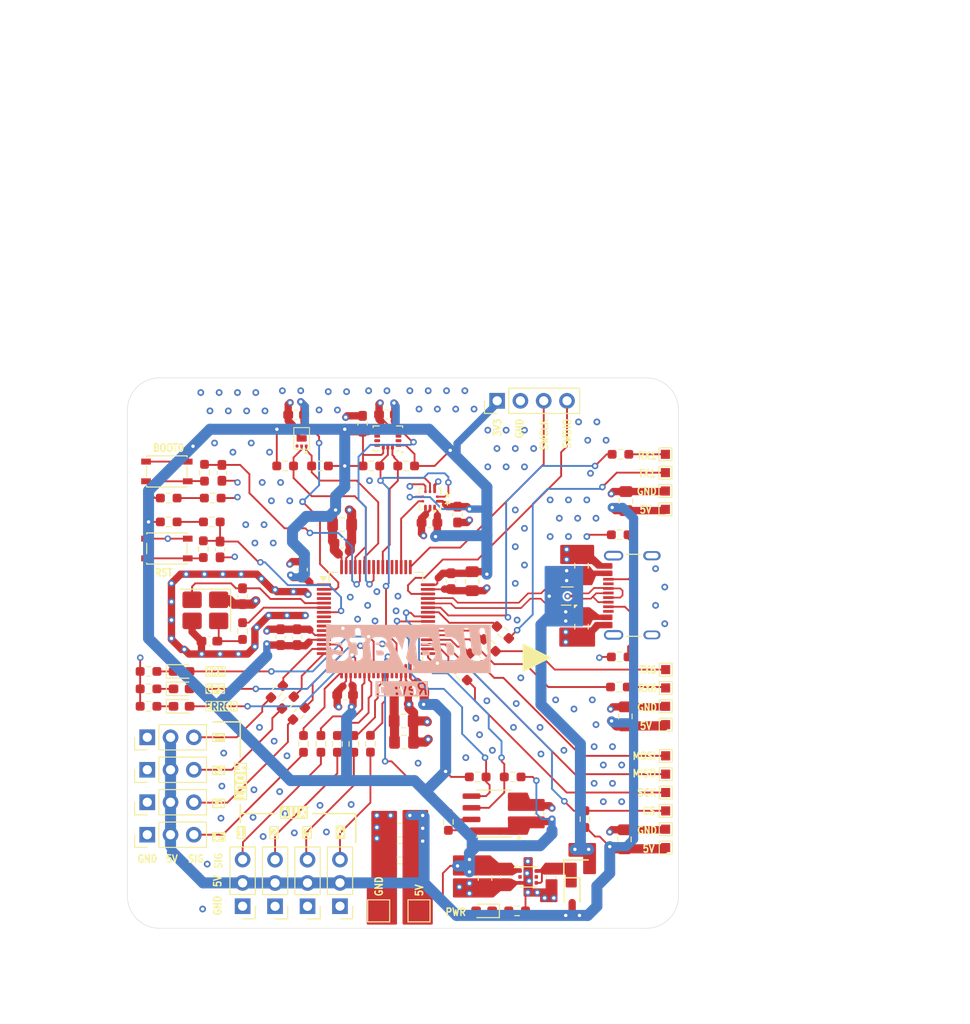
<source format=kicad_pcb>
(kicad_pcb (version 20241229) (generator "pcbnew") (generator_version "9.0")
  (title_block (title "Udayate") (date "2025-09-04") (rev "1") (comment 2 "LICENSE: CERN-OHL-S-2.0") (comment 3 "GitHub: https://github.com/Ozonised/Udayate") (comment 4 "Designed by: Farhan Khan"))
  (layers (0 "F.Cu" signal) (4 "In1.Cu" power) (6 "In2.Cu" power) (2 "B.Cu" signal) (13 "F.Paste" user) (15 "B.Paste" user) (5 "F.SilkS" user "F.Silkscreen") (7 "B.SilkS" user "B.Silkscreen") (1 "F.Mask" user) (3 "B.Mask" user) (25 "Edge.Cuts" user))
  (net 0 "")
  (net 1 "/IO/P_LDOIN")
  (net 2 "GND")
  (net 3 "+3V3")
  (net 4 "/MCU/D_NSRT")
  (net 5 "/MCU/D_OSC_IN")
  (net 6 "/MCU/D_OSC_OUT")
  (net 7 "/MCU/D_BOOT0")
  (net 8 "/MCU/P_VCAP1")
  (net 9 "/IO/P_VBUS")
  (net 10 "+5V")
  (net 11 "/Power/D_PWR_LED")
  (net 12 "/Peripherals/D_R_LED_ARM")
  (net 13 "/Peripherals/D_R_LED_ERROR")
  (net 14 "/Peripherals/D_R_LED_GPS")
  (net 15 "/IO/USB_DN")
  (net 16 "/IO/USB_DP")
  (net 19 "/IO/D_CC1A")
  (net 21 "/IO/D_CC1B")
  (net 25 "Net-(R214-Pad2)")
  (net 26 "/MCU/D_R_SCK")
  (net 27 "/IO/D_SPI_SCK")
  (net 28 "/IO/D_MOUT_2")
  (net 29 "/IO/D_MOUT_4")
  (net 30 "/IO/D_MOUT_3")
  (net 31 "/IO/D_MOUT_1")
  (net 32 "/IO/D_AUXOUT_4")
  (net 33 "/IO/D_AUXOUT_3")
  (net 34 "/IO/D_AUXOUT_2")
  (net 35 "/IO/D_AUXOUT_1")
  (net 36 "/IO2/D_SWDIO")
  (net 37 "/IO/D_SPI_MOSI")
  (net 38 "/IO2/D_SWCLK")
  (net 39 "Net-(R201-Pad2)")
  (net 40 "Net-(R203-Pad1)")
  (net 41 "/MCU/D_TIM2_CH1")
  (net 42 "/MCU/D_TIM2_CH2")
  (net 43 "/MCU/D_TIM2_CH3")
  (net 44 "/MCU/D_TIM2_CH4")
  (net 45 "/MCU/D_PH1")
  (net 46 "/MCU/D_R_MOSI")
  (net 48 "/MCU/D_TIM3_CH1")
  (net 49 "/IO/D_SPI_CS")
  (net 50 "/MCU/D_TIM3_CH2")
  (net 51 "/MCU/D_BOOT0_R")
  (net 53 "/IO2/D_USART6_TX")
  (net 54 "/MCU/D_TX1")
  (net 55 "/MCU/D_TX6")
  (net 56 "/IO2/D_USART1_TX")
  (net 57 "/MCU/D_TIM3_CH3")
  (net 58 "/MCU/D_TIM3_CH4")
  (net 59 "/IMUs/D_I2C1_SCL")
  (net 60 "/IMUs/D_I2C1_SDA")
  (net 62 "/IO/D_SPI_MISO")
  (net 65 "/MCU/D_M24C02_WC")
  (net 66 "/MCU/D_LED_ARM")
  (net 67 "/MCU/D_LED_ERROR")
  (net 68 "/MCU/D_LED_GPS")
  (net 69 "/IO2/D_USART1_RX")
  (net 70 "/IO2/D_RX1")
  (net 71 "/IO2/D_USART6_RX")
  (net 72 "/IO2/D_RX6")
  (net 75 "/IMUs/D_BMP390_INT1")
  (net 80 "/IMUs/D_LSM6DSL_INT1")
  (net 83 "/IMUs/D_MLX90394RLD_INTB")
  (net 84 "/IO/USB_D_P")
  (net 85 "/IO/USB_D_N")
  (net 96 "/MCU/D_I2C3_SCL")
  (net 97 "/IMUs/D_I2C2_SDA")
  (net 98 "/MCU/D_I2C3_SDA")
  (net 99 "/IMUs/D_I2C2_SCL")
  (footprint "Capacitor_SMD:C_0805_2012Metric_Pad1.18x1.45mm_HandSolder" (layer "F.Cu") (at 172.96875 85.43125 90)
    (property "Reference" "C604")
    (property "Value" "2.2uF")
  )
  (footprint "Capacitor_SMD:C_0603_1608Metric_Pad1.08x0.95mm_HandSolder" (layer "F.Cu") (at 136.995 76.03 180)
    (property "Reference" "C305")
    (property "Value" "0.1uF")
  )
  (footprint "Capacitor_SMD:C_0603_1608Metric_Pad1.08x0.95mm_HandSolder" (layer "F.Cu") (at 159.8 126.4125 -90)
    (property "Reference" "C102")
    (property "Value" "1uF")
  )
  (footprint "Resistor_SMD:R_0603_1608Metric_Pad0.98x0.95mm_HandSolder" (layer "F.Cu") (at 172.2875 102.42 180)
    (property "Reference" "R502")
    (property "Value" "5K1")
  )
  (footprint "Resistor_SMD:R_0603_1608Metric_Pad0.98x0.95mm_HandSolder" (layer "F.Cu") (at 139.6 81.6 180)
    (property "Reference" "R222")
    (property "Value" "5K1")
  )
  (footprint "Capacitor_SMD:C_0805_2012Metric_Pad1.18x1.45mm_HandSolder" (layer "F.Cu") (at 148.3 121.3 180)
    (property "Reference" "C603")
    (property "Value" "2.2uF")
  )
  (footprint "Connector_PinHeader_2.54mm:PinHeader_1x03_P2.54mm_Vertical" (layer "F.Cu") (at 138.24 129.6 180)
    (property "Reference" "J508")
    (property "Value" "Conn_01x03_Pin")
  )
  (footprint "TestPoint:TestPoint_Pad_1.0x1.0mm" (layer "F.Cu") (at 177.3 119.2 -90)
    (property "Reference" "TP506")
    (property "Value" "TestPoint")
  )
  (footprint "TestPoint:TestPoint_Pad_1.0x1.0mm" (layer "F.Cu") (at 177.27 80.33 -90)
    (property "Reference" "TP605")
    (property "Value" "TestPoint")
  )
  (footprint "Resistor_SMD:R_0603_1608Metric_Pad0.98x0.95mm_HandSolder" (layer "F.Cu") (at 126.875 90.675 90)
    (property "Reference" "R203")
    (property "Value" "22R")
  )
  (footprint "Resistor_SMD:R_0603_1608Metric_Pad0.98x0.95mm_HandSolder" (layer "F.Cu") (at 159.545235 99.745235 135)
    (property "Reference" "R213")
    (property "Value" "22R")
  )
  (footprint "Resistor_SMD:R_0603_1608Metric_Pad0.98x0.95mm_HandSolder" (layer "F.Cu") (at 172.37 80.33)
    (property "Reference" "R601")
    (property "Value" "22R")
  )
  (footprint "TestPoint:TestPoint_Pad_1.0x1.0mm" (layer "F.Cu") (at 177.3 109.8 180)
    (property "Reference" "TP607")
    (property "Value" "TestPoint")
  )
  (footprint "LED_SMD:LED_0603_1608Metric_Pad1.05x0.95mm_HandSolder" (layer "F.Cu") (at 124.5 105.9)
    (property "Reference" "D403")
    (property "Value" "LTST-C190KRKT")
  )
  (footprint "LED_SMD:LED_0603_1608Metric_Pad1.05x0.95mm_HandSolder" (layer "F.Cu") (at 124.5 104)
    (property "Reference" "D401")
    (property "Value" "LTST-C190KRKT")
  )
  (footprint "MLX90394RLD:MLX90394RLD" (layer "F.Cu") (at 137.595 78.61)
    (property "Reference" "U303")
    (property "Value" "MLX90394RLD-AAA-000-SP")
  )
  (footprint "TestPoint:TestPoint_Pad_1.0x1.0mm" (layer "F.Cu") (at 177.26875 86.33125 -90)
    (property "Reference" "TP603")
    (property "Value" "TestPoint")
  )
  (footprint "Resistor_SMD:R_0603_1608Metric_Pad0.98x0.95mm_HandSolder" (layer "F.Cu") (at 120.9 105.9)
    (property "Reference" "R404")
    (property "Value" "330")
  )
  (footprint "Capacitor_SMD:C_0805_2012Metric_Pad1.18x1.45mm_HandSolder" (layer "F.Cu") (at 156.2 94.1625 -90)
    (property "Reference" "C202")
    (property "Value" "2.2uF")
  )
  (footprint "Package_LGA:LGA-14_3x2.5mm_P0.5mm_LayoutBorder3x4y" (layer "F.Cu") (at 147 78.6 180)
    (property "Reference" "U302")
    (property "Value" "LSM6DSL")
  )
  (footprint "Capacitor_SMD:C_0603_1608Metric_Pad1.08x0.95mm_HandSolder" (layer "F.Cu") (at 142.0375 90)
    (property "Reference" "C207")
    (property "Value" "0.1uF")
  )
  (footprint "Resistor_SMD:R_0603_1608Metric_Pad0.98x0.95mm_HandSolder" (layer "F.Cu") (at 145.1 111.8875 90)
    (property "Reference" "R219")
    (property "Value" "22R")
  )
  (footprint "Connector_PinHeader_2.54mm:PinHeader_1x03_P2.54mm_Vertical" (layer "F.Cu") (at 120.76 121.8 90)
    (property "Reference" "J505")
    (property "Value" "Conn_01x03_Pin")
  )
  (footprint "Connector_PinHeader_2.54mm:PinHeader_1x04_P2.54mm_Vertical" (layer "F.Cu") (at 158.92 74.5 90)
    (property "Reference" "J601")
    (property "Value" "Conn_01x04_Socket")
  )
  (footprint "Resistor_SMD:R_0603_1608Metric_Pad0.98x0.95mm_HandSolder" (layer "F.Cu") (at 156.8 115.5)
    (property "Reference" "R220")
    (property "Value" "5K1")
  )
  (footprint "TestPoint:TestPoint_Pad_1.0x1.0mm" (layer "F.Cu") (at 177.3 103.8)
    (property "Reference" "TP608")
    (property "Value" "TestPoint")
  )
  (footprint "Resistor_SMD:R_0603_1608Metric_Pad0.98x0.95mm_HandSolder" (layer "F.Cu") (at 127 82.3375 90)
    (property "Reference" "R212")
    (property "Value" "22R")
  )
  (footprint "TestPoint:TestPoint_Pad_1.0x1.0mm" (layer "F.Cu") (at 177.3 105.8 180)
    (property "Reference" "TP609")
    (property "Value" "TestPoint")
  )
  (footprint "Capacitor_SMD:C_0603_1608Metric_Pad1.08x0.95mm_HandSolder" (layer "F.Cu") (at 135.3 100.2625 90)
    (property "Reference" "C209")
    (property "Value" "1uF")
  )
  (footprint "Capacitor_SMD:C_0603_1608Metric_Pad1.08x0.95mm_HandSolder" (layer "F.Cu") (at 164.8 126.4125 -90)
    (property "Reference" "C101")
    (property "Value" "1uF")
  )
  (footprint "Connector_PinHeader_2.54mm:PinHeader_1x03_P2.54mm_Vertical" (layer "F.Cu") (at 134.7 129.6 180)
    (property "Reference" "J507")
    (property "Value" "Conn_01x03_Pin")
  )
  (footprint "Button_Switch_SMD:SW_SPST_PTS810" (layer "F.Cu") (at 122.9 82.2)
    (property "Reference" "SW202")
    (property "Value" "RKB2SJM250SMTR LFS")
  )
  (footprint "BMP390:10LGA_2X2X0p75_BOS" (layer "F.Cu") (at 151.6 85.2 180)
    (property "Reference" "U301")
    (property "Value" "BMP390")
  )
  (footprint "Capacitor_SMD:C_0603_1608Metric_Pad1.08x0.95mm_HandSolder" (layer "F.Cu") (at 128.9 82.35 -90)
    (property "Reference" "C213")
    (property "Value" "0.1uF")
  )
  (footprint "MountingHole:MountingHole_3.2mm_M3" (layer "F.Cu") (at 122.1 128.5)
    (property "Reference" "H604")
    (property "Value" "MountingHole")
  )
  (footprint "Resistor_SMD:R_0603_1608Metric_Pad0.98x0.95mm_HandSolder" (layer "F.Cu") (at 127.9 85.1)
    (property "Reference" "R215")
    (property "Value" "5K1")
  )
  (footprint "Capacitor_SMD:C_0805_2012Metric_Pad1.18x1.45mm_HandSolder" (layer "F.Cu") (at 148.3 125.7 180)
    (property "Reference" "C601")
    (property "Value" "2.2uF")
  )
  (footprint "Resistor_SMD:R_0603_1608Metric_Pad0.98x0.95mm_HandSolder" (layer "F.Cu") (at 143.29 111.9 90)
    (property "Reference" "R218")
    (property "Value" "22R")
  )
  (footprint "Resistor_SMD:R_0603_1608Metric_Pad0.98x0.95mm_HandSolder" (layer "F.Cu") (at 137.8 111.9 90)
    (property "Reference" "R207")
    (property "Value" "22R")
  )
  (footprint "TestPoint:TestPoint_Pad_1.0x1.0mm" (layer "F.Cu") (at 177.3 113.2 -90)
    (property "Reference" "TP503")
    (property "Value" "TestPoint")
  )
  (footprint "Package_QFP:LQFP-64_10x10mm_P0.5mm" (layer "F.Cu") (at 145.7 98.3)
    (property "Reference" "U201")
    (property "Value" "STM32F411RETx")
  )
  (footprint "Resistor_SMD:R_0603_1608Metric_Pad0.98x0.95mm_HandSolder" (layer "F.Cu") (at 158.1 101.15 -45)
    (property "Reference" "R217")
    (property "Value" "22R")
  )
  (footprint "TestPoint:TestPoint_Pad_1.0x1.0mm" (layer "F.Cu") (at 177.26875 82.33 -90)
    (property "Reference" "TP604")
    (property "Value" "TestPoint")
  )
  (footprint "Resistor_SMD:R_0603_1608Metric_Pad0.98x0.95mm_HandSolder" (layer "F.Cu") (at 145.2 81.6)
    (property "Reference" "R223")
    (property "Value" "5K1")
  )
  (footprint "MountingHole:MountingHole_3.2mm_M3" (layer "F.Cu") (at 122.1 75.5)
    (property "Reference" "H602")
    (property "Value" "MountingHole")
  )
  (footprint "Resistor_SMD:R_0603_1608Metric_Pad0.98x0.95mm_HandSolder" (layer "F.Cu") (at 141.49 111.9 90)
    (property "Reference" "R211")
    (property "Value" "22R")
  )
  (footprint "Resistor_SMD:R_0603_1608Metric_Pad0.98x0.95mm_HandSolder" (layer "F.Cu") (at 123.1 85.1)
    (property "Reference" "R214")
    (property "Value" "5K1")
  )
  (footprint "Connector_PinHeader_2.54mm:PinHeader_1x03_P2.54mm_Vertical" (layer "F.Cu") (at 120.76 118.26 90)
    (property "Reference" "J504")
    (property "Value" "Conn_01x03_Pin")
  )
  (footprint "TestPoint:TestPoint_Pad_1.0x1.0mm" (layer "F.Cu") (at 177.3 121.2 90)
    (property "Reference" "TP502")
    (property "Value" "TestPoint")
  )
  (footprint "TestPoint:TestPoint_Pad_1.0x1.0mm" (layer "F.Cu") (at 177.26875 84.33125 -90)
    (property "Reference" "TP606")
    (property "Value" "TestPoint")
  )
  (footprint "Button_Switch_SMD:SW_SPST_PTS810" (layer "F.Cu") (at 122.9 90.6)
    (property "Reference" "SW201")
    (property "Value" "RKB2SJM250SMTR LFS")
  )
  (footprint "TestPoint:TestPoint_Pad_1.0x1.0mm" (layer "F.Cu") (at 177.3 117.2 -90)
    (property "Reference" "TP505")
    (property "Value" "TestPoint")
  )
  (footprint "Capacitor_SMD:C_0603_1608Metric_Pad1.08x0.95mm_HandSolder" (layer "F.Cu") (at 128.7 90.7 -90)
    (property "Reference" "C210")
    (property "Value" "0.1uF")
  )
  (footprint "Resistor_SMD:R_0603_1608Metric_Pad0.98x0.95mm_HandSolder" (layer "F.Cu") (at 172.2 105.7)
    (property "Reference" "R602")
    (property "Value" "22R")
  )
  (footprint "Capacitor_SMD:C_0603_1608Metric_Pad1.08x0.95mm_HandSolder" (layer "F.Cu") (at 142.3375 106.56875 180)
    (property "Reference" "C204")
    (property "Value" "0.1uF")
  )
  (footprint "Capacitor_SMD:C_0603_1608Metric_Pad1.08x0.95mm_HandSolder" (layer "F.Cu") (at 163.5 119.505 90)
    (property "Reference" "C401")
    (property "Value" "1uF")
  )
  (footprint "Capacitor_SMD:C_0805_2012Metric_Pad1.18x1.45mm_HandSolder" (layer "F.Cu") (at 148.275 123.5 180)
    (property "Reference" "C602")
    (property "Value" "2.2uF")
  )
  (footprint "Resistor_SMD:R_0603_1608Metric_Pad0.98x0.95mm_HandSolder" (layer "F.Cu") (at 149 81.6 180)
    (property "Reference" "R216")
    (property "Value" "5K1")
  )
  (footprint "Resistor_SMD:R_0603_1608Metric_Pad0.98x0.95mm_HandSolder" (layer "F.Cu") (at 160.6125 115.5 180)
    (property "Reference" "R210")
    (property "Value" "5K1")
  )
  (footprint "Connector_PinHeader_2.54mm:PinHeader_1x03_P2.54mm_Vertical" (layer "F.Cu") (at 131.16 129.59 180)
    (property "Reference" "J506")
    (property "Value" "Conn_01x03_Pin")
  )
  (footprint "Capacitor_SMD:C_0603_1608Metric_Pad1.08x0.95mm_HandSolder" (layer "F.Cu") (at 127.5375 100.7)
    (property "Reference" "C212")
    (property "Value" "18pF")
  )
  (footprint "Resistor_SMD:R_0603_1608Metric_Pad0.98x0.95mm_HandSolder" (layer "F.Cu") (at 139.7 111.9 90)
    (property "Reference" "R209")
    (property "Value" "22R")
  )
  (footprint "TestPoint:TestPoint_Pad_1.0x1.0mm" (layer "F.Cu") (at 177.3 107.8 -90)
    (property "Reference" "TP610")
    (property "Value" "TestPoint")
  )
  (footprint "Capacitor_SMD:C_0603_1608Metric_Pad1.08x0.95mm_HandSolder" (layer "F.Cu") (at 146.9025 76 180)
    (property "Reference" "C301")
    (property "Value" "0.1uF")
  )
  (footprint "Capacitor_SMD:C_0805_2012Metric_Pad1.18x1.45mm_HandSolder" (layer "F.Cu") (at 148.725 109.4)
    (property "Reference" "C214")
    (property "Value" "2.2uF")
  )
  (footprint "Capacitor_SMD:C_0603_1608Metric_Pad1.08x0.95mm_HandSolder" (layer "F.Cu") (at 154.6 86.9 -90)
    (property "Reference" "C303")
    (property "Value" "0.1uF")
  )
  (footprint "Capacitor_SMD:C_0603_1608Metric_Pad1.08x0.95mm_HandSolder" (layer "F.Cu") (at 137.1 100.2625 90)
    (property "Reference" "C208")
    (property "Value" "0.1uF")
  )
  (footprint "Resistor_SMD:R_0603_1608Metric_Pad0.98x0.95mm_HandSolder" (layer "F.Cu") (at 136.1 107.4 45)
    (property "Reference" "R206")
    (property "Value" "22R")
  )
  (footprint "Capacitor_SMD:C_0805_2012Metric_Pad1.18x1.45mm_HandSolder" (layer "F.Cu") (at 172.9 108.9 90)
    (property "Reference" "C605")
    (property "Value" "2.2uF")
  )
  (footprint "Capacitor_SMD:C_0603_1608Metric_Pad1.08x0.95mm_HandSolder" (layer "F.Cu") (at 137.7 92.9 90)
    (property "Reference" "C206")
    (property "Value" "0.1uF")
  )
  (footprint "Capacitor_SMD:C_0805_2012Metric_Pad1.18x1.45mm_HandSolder" (layer "F.Cu") (at 142.0125 88)
    (property "Reference" "C201")
    (property "Value" "2.2uF")
  )
  (footprint "Resistor_SMD:R_0603_1608Metric_Pad0.98x0.95mm_HandSolder" (layer "F.Cu") (at 135.8 81.6)
    (property "Reference" "R221")
    (property "Value" "5K1")
  )
  (footprint "Resistor_SMD:R_0603_1608Metric_Pad0.98x0.95mm_HandSolder" (layer "F.Cu") (at 120.9 104)
    (property "Reference" "R402")
    (property "Value" "330")
  )
  (footprint "Resistor_SMD:R_0603_1608Metric_Pad0.98x0.95mm_HandSolder" (layer "F.Cu") (at 172.2875 89.1 180)
    (property "Reference" "R503")
    (property "Value" "5K1")
  )
  (footprint "MountingHole:MountingHole_3.2mm_M3" (layer "F.Cu") (at 175.2 75.5)
    (property "Reference" "H601")
    (property "Value" "MountingHole")
  )
  (footprint "MountingHole:MountingHole_3.2mm_M3" (layer "F.Cu") (at 175.2 128.5)
    (property "Reference" "H603")
    (property "Value" "MountingHole")
  )
  (footprint "Capacitor_SMD:C_0805_2012Metric_Pad1.18x1.45mm_HandSolder" (layer "F.Cu") (at 157.6 126.5125 -90)
    (property "Reference" "C103")
    (property "Value" "2.2uF")
  )
  (footprint "Connector_PinHeader_2.54mm:PinHeader_1x03_P2.54mm_Vertical" (layer "F.Cu") (at 120.76 111.18 90)
    (property "Reference" "J502")
    (property "Value" "Conn_01x03_Pin")
  )
  (footprint "LED_SMD:LED_0603_1608Metric_Pad1.05x0.95mm_HandSolder" (layer "F.Cu") (at 124.5 107.8)
    (property "Reference" "D402")
    (property "Value" "LTST-C190KRKT")
  )
  (footprint "Capacitor_SMD:C_0603_1608Metric_Pad1.08x0.95mm_HandSolder" (layer "F.Cu") (at 131.15 95.8 -90)
    (property "Reference" "C211")
    (property "Value" "18pF")
  )
  (footprint "Diode_SMD:D_SOD-323F" (layer "F.Cu") (at 167.8 125.4)
    (property "Reference" "D501")
    (property "Value" "PMEG3020EJ")
  )
  (footprint "Package_TO_SOT_SMD:SOT-666" (layer "F.Cu") (at 166.57 95.7825 180)
    (property "Reference" "U501")
    (property "Value" "USBLC6-2P6")
  )
  (footprint "Capacitor_SMD:C_0603_1608Metric_Pad1.08x0.95mm_HandSolder" (layer "F.Cu") (at 150.1 106.3 180)
    (property "Reference" "C203")
    (property "Value" "0.1uF")
  )
  (footprint "Package_SO:SOIC-8_3.9x4.9mm_P1.27mm" (layer "F.Cu") (at 158.6 119.5 180)
    (property "Reference" "U401")
    (property "Value" "M24C02-FMN")
  )
  (footprint "Capacitor_SMD:C_0805_2012Metric_Pad1.18x1.45mm_HandSolder" (layer "F.Cu") (at 168.12 92.4825 90)
    (property "Reference" "C503")
    (property "Value" "2.2uF")
  )
  (footprint "TestPoint:TestPoint_Pad_1.0x1.0mm" (layer "F.Cu") (at 177.3 115.2 -90)
    (property "Reference" "TP504")
    (property "Value" "TestPoint")
  )
  (footprint "Capacitor_SMD:C_0805_2012Metric_Pad1.18x1.45mm_HandSolder" (layer "F.Cu") (at 148.7625 111.7)
    (property "Reference" "C215")
    (property "Value" "2.2uF")
  )
  (footprint "Capacitor_SMD:C_0805_2012Metric_Pad1.18x1.45mm_HandSolder" (layer "F.Cu") (at 168.12 99.12 -90)
    (property "Reference" "C502")
    (property "Value" "2.2uF")
  )
  (footprint "TestPoint:TestPoint_Pad_2.0x2.0mm" (layer "F.Cu") (at 150.4 130.1 -90)
    (property "Reference" "TP601")
    (property "Value" "TestPoint")
  )
  (footprint "Capacitor_SMD:C_0603_1608Metric_Pad1.08x0.95mm_HandSolder" (layer "F.Cu") (at 151.5375 87.8 180)
    (property "Reference" "C304")
    (property "Value" "0.1uF")
  )
  (footprint "TestPoint:TestPoint_Pad_1.0x1.0mm" (layer "F.Cu") (at 177.3 123.2 90)
    (property "Reference" "TP501")
    (property "Value" "TestPoint")
  )
  (footprint "TestPoint:TestPoint_Pad_2.0x2.0mm" (layer "F.Cu") (at 146 130.1 -90)
    (property "Reference" "TP602")
    (property "Value" "TestPoint")
  )
  (footprint "Resistor_SMD:R_0603_1608Metric_Pad0.98x0.95mm_HandSolder" (layer "F.Cu") (at 123.1 87.7)
    (property "Reference" "R201")
    (property "Value" "5K1")
  )
  (footprint "Amphenol Type C 12402012E212A:AMPHENOL_12402012E212A" (layer "F.Cu") (at 175.8 95.7 90)
    (property "Reference" "J501")
    (property "Value" "12402012E212A")
  )
  (footprint "Resistor_SMD:R_0603_1608Metric_Pad0.98x0.95mm_HandSolder" (layer "F.Cu") (at 120.9 107.8)
    (property "Reference" "R403")
    (property "Value" "330")
  )
  (footprint "Connector_PinHeader_2.54mm:PinHeader_1x03_P2.54mm_Vertical" (layer "F.Cu") (at 120.76 114.72 90)
    (property "Reference" "J503")
    (property "Value" "Conn_01x03_Pin")
  )
  (footprint "Connector_PinHeader_2.54mm:PinHeader_1x03_P2.54mm_Vertical" (layer "F.Cu") (at 141.78 129.59 180)
    (property "Reference" "J509")
    (property "Value" "Conn_01x03_Pin")
  )
  (footprint "Resistor_SMD:R_0603_1608Metric_Pad0.98x0.95mm_HandSolder" (layer "F.Cu") (at 168.5 120.1 90)
    (property "Reference" "R501")
    (property "Value" "5K1")
  )
  (footprint "Resistor_SMD:R_0603_1608Metric_Pad0.98x0.95mm_HandSolder" (layer "F.Cu") (at 161.1 130.1 180)
    (property "Reference" "R101")
    (property "Value" "330")
  )
  (footprint "Capacitor_SMD:C_0603_1608Metric_Pad1.08x0.95mm_HandSolder" (layer "F.Cu") (at 153.9 94.1625 -90)
    (property "Reference" "C205")
    (property "Value" "0.1uF")
  )
  (footprint "Resistor_SMD:R_0603_1608Metric_Pad0.98x0.95mm_HandSolder" (layer "F.Cu") (at 137.3 108.6 45)
    (property "Reference" "R204")
    (property "Value" "22R")
  )
  (footprint "Package_SON:WSON-6-1EP_2x2mm_P0.65mm_EP1x1.6mm" (layer "F.Cu") (at 162.3 126.4)
    (property "Reference" "U101")
    (property "Value" "TLV75733PDRV")
  )
  (footprint "Resistor_SMD:R_0603_1608Metric_Pad0.98x0.95mm_HandSolder" (layer "F.Cu") (at 131.15 99.6 90)
    (property "Reference" "R208")
    (property "Value" "22R")
  )
  (footprint "Resistor_SMD:R_0603_1608Metric_Pad0.98x0.95mm_HandSolder" (layer "F.Cu") (at 134.9 106.2 45)
    (property "Reference" "R205")
    (property "Value" "22R")
  )
  (footprint "Resistor_SMD:R_0603_1608Metric_Pad0.98x0.95mm_HandSolder" (layer "F.Cu") (at 155 104.3 135)
    (property "Reference" "R224")
    (property "Value" "22R")
  )
  (footprint "Crystal:Crystal_SMD_3225-4Pin_3.2x2.5mm_HandSoldering" (layer "F.Cu") (at 127.1 97.3375 180)
    (property "Reference" "Y201")
    (property "Value" "24MHz")
  )
  (footprint "Resistor_SMD:R_0603_1608Metric_Pad0.98x0.95mm_HandSolder" (layer "F.Cu") (at 127.8 87.7)
    (property "Reference" "R202")
    (property "Value" "5K1")
  )
  (footprint "Resistor_SMD:R_0603_1608Metric_Pad0.98x0.95mm_HandSolder" (layer "F.Cu") (at 156.6 102.7 135)
    (property "Reference" "R225")
    (property "Value" "22R")
  )
  (footprint "Capacitor_SMD:C_0603_1608Metric_Pad1.08x0.95mm_HandSolder" (layer "F.Cu") (at 144.24 77 90)
    (property "Reference" "C302")
    (property "Value" "0.1uF")
  )
  (footprint "LED_SMD:LED_0603_1608Metric_Pad1.05x0.95mm_HandSolder" (layer "F.Cu") (at 157.5 130.1 180)
    (property "Reference" "D101")
    (property "Value" "LTST-C190KRKT")
  )
  (footprint "Diode_SMD:D_SOD-323F" (layer "F.Cu") (at 167.1 128.1 -90)
    (property "Reference" "D601")
    (property "Value" "PMEG3020EJ")
  )
  (footprint "Capacitor_SMD:C_0805_2012Metric_Pad1.18x1.45mm_HandSolder" (layer "F.Cu") (at 172.8 122.3 90)
    (property "Reference" "C501")
    (property "Value" "2.2uF")
  )
  (footprint "Resistor_SMD:R_0603_1608Metric_Pad0.98x0.95mm_HandSolder" (layer "F.Cu") (at 153.6 120.405 90)
    (property "Reference" "R401")
    (property "Value" "5K1")
  )
  (gr_poly (pts (xy 161.75 101) (xy 161.75 104) (xy 164.75 102.5)) (stroke (width 0.1)) (fill yes) (layer "F.SilkS"))
  (gr_line (start 130.9 118.5) (end 130.9 120.5) (stroke (width 0.16)) (layer "F.SilkS"))
  (gr_line (start 130.9 113.4) (end 130.9 109.5) (stroke (width 0.16)) (layer "F.SilkS"))
  (gr_line (start 130.9 109.5) (end 127.9 109.5) (stroke (width 0.16)) (layer "F.SilkS"))
  (gr_line (start 134.8 119.5) (end 130.9 119.5) (stroke (width 0.16)) (layer "F.SilkS"))
  (gr_line (start 143.5 119.55) (end 143.5 122.65) (stroke (width 0.16)) (layer "F.SilkS"))
  (gr_line (start 142.05 119.5) (end 143.5 119.5) (stroke (width 0.16)) (layer "F.SilkS"))
  (gr_line (start 138.8 119.5) (end 142.05 119.5) (stroke (width 0.16)) (layer "F.SilkS"))
  (gr_arc (start 175.2 72) (mid 177.674874 73.025126) (end 178.7 75.5) (stroke (width 0.05)) (layer "Edge.Cuts"))
  (gr_line (start 118.6 75.5) (end 118.6 128.5) (stroke (width 0.05)) (layer "Edge.Cuts"))
  (gr_line (start 122.1 132) (end 175.2 132) (stroke (width 0.05)) (layer "Edge.Cuts"))
  (gr_arc (start 122.1 132) (mid 119.625126 130.974874) (end 118.6 128.5) (stroke (width 0.05)) (layer "Edge.Cuts"))
  (gr_arc (start 118.6 75.5) (mid 119.625126 73.025126) (end 122.1 72) (stroke (width 0.05)) (layer "Edge.Cuts"))
  (gr_line (start 178.7 128.5) (end 178.7 75.5) (stroke (width 0.05)) (layer "Edge.Cuts"))
  (gr_arc (start 178.7 128.5) (mid 177.674874 130.974874) (end 175.2 132) (stroke (width 0.05)) (layer "Edge.Cuts"))
  (gr_line (start 175.2 72) (end 122.1 72) (stroke (width 0.05)) (layer "Edge.Cuts"))
  (gr_text "RX6" (at 174.2 106.3 0) (layer "F.SilkS") (effects (font (size 0.8 0.7) (thickness 0.16) (bold yes)) (justify left bottom)))
  (gr_text "5V" (at 150.9 128.6 90) (layer "F.SilkS") (effects (font (size 0.8 0.7) (thickness 0.16) (bold yes)) (justify left bottom)))
  (gr_text "2" (at 127.9 114.2 270) (layer "F.SilkS" knockout) (effects (font (size 1 1) (thickness 0.2) (bold yes)) (justify left bottom)))
  (gr_text "4" (at 127.9 121.4 270) (layer "F.SilkS" knockout) (effects (font (size 1 1) (thickness 0.2) (bold yes)) (justify left bottom)))
  (gr_text "3V3" (at 159.43 78.5 90) (layer "F.SilkS") (effects (font (size 0.8 0.7) (thickness 0.16) (bold yes)) (justify left bottom)))
  (gr_text "5V" (at 128.9 127.6 90) (layer "F.SilkS") (effects (font (size 0.8 0.7) (thickness 0.16) (bold yes)) (justify left bottom)))
  (gr_text "3" (at 137.6 122.2 0) (layer "F.SilkS" knockout) (effects (font (size 1 1) (thickness 0.2) (bold yes)) (justify left bottom)))
  (gr_text "1" (at 130.4 122.2 0) (layer "F.SilkS" knockout) (effects (font (size 1 1) (thickness 0.2) (bold yes)) (justify left bottom)))
  (gr_text "GND" (at 174.06875 84.83125 0) (layer "F.SilkS") (effects (font (size 0.8 0.7) (thickness 0.16) (bold yes)) (justify left bottom)))
  (gr_text "GND" (at 161.83 78.7 90) (layer "F.SilkS") (effects (font (size 0.8 0.7) (thickness 0.16) (bold yes)) (justify left bottom)))
  (gr_text "5V" (at 174.7 123.8 0) (layer "F.SilkS") (effects (font (size 0.8 0.7) (thickness 0.16) (bold yes)) (justify left bottom)))
  (gr_text "MISO" (at 173.6 115.6 0) (layer "F.SilkS") (effects (font (size 0.8 0.7) (thickness 0.16) (bold yes)) (justify left bottom)))
  (gr_text "AUX" (at 135.2 120 0) (layer "F.SilkS" knockout) (effects (font (size 1 1) (thickness 0.2) (bold yes)) (justify left bottom)))
  (gr_text "GND" (at 174.1 121.8 0) (layer "F.SilkS") (effects (font (size 0.8 0.7) (thickness 0.16) (bold yes)) (justify left bottom)))
  (gr_text "TX6" (at 174.3 104.3 0) (layer "F.SilkS") (effects (font (size 0.8 0.7) (thickness 0.16) (bold yes)) (justify left bottom)))
  (gr_text "GND" (at 174.1 108.4 0) (layer "F.SilkS") (effects (font (size 0.8 0.7) (thickness 0.16) (bold yes)) (justify left bottom)))
  (gr_text "GND" (at 128.9 130.7 90) (layer "F.SilkS") (effects (font (size 0.8 0.7) (thickness 0.16) (bold yes)) (justify left bottom)))
  (gr_text "5V" (at 122.7 124.9 0) (layer "F.SilkS") (effects (font (size 0.8 0.7) (thickness 0.16) (bold yes)) (justify left bottom)))
  (gr_text "GND" (at 119.6 124.9 0) (layer "F.SilkS") (effects (font (size 0.8 0.7) (thickness 0.16) (bold yes)) (justify left bottom)))
  (gr_text "GND" (at 146.5 128.6 90) (layer "F.SilkS") (effects (font (size 0.8 0.7) (thickness 0.16) (bold yes)) (justify left bottom)))
  (gr_text "5V" (at 174.36875 86.83125 0) (layer "F.SilkS") (effects (font (size 0.8 0.7) (thickness 0.16) (bold yes)) (justify left bottom)))
  (gr_text "TX1" (at 176.3 82.9 0) (layer "F.SilkS") (effects (font (size 0.8 0.7) (thickness 0.16) (bold yes)) (justify right bottom)))
  (gr_text "CS" (at 174.7 119.7 0) (layer "F.SilkS") (effects (font (size 0.8 0.7) (thickness 0.16) (bold yes)) (justify left bottom)))
  (gr_text "PWR" (at 153.2 130.7 0) (layer "F.SilkS") (effects (font (size 0.8 0.7) (thickness 0.16) (bold yes)) (justify left bottom)))
  (gr_text "ERROR" (at 127 108.3 0) (layer "F.SilkS" knockout) (effects (font (size 0.8 0.7) (thickness 0.16) (bold yes)) (justify left bottom)))
  (gr_text "SCK" (at 174.1 117.7 0) (layer "F.SilkS") (effects (font (size 0.8 0.7) (thickness 0.16) (bold yes)) (justify left bottom)))
  (gr_text "RX1" (at 176.4075 80.955 0) (layer "F.SilkS") (effects (font (size 0.8 0.7) (thickness 0.16) (bold yes)) (justify right bottom)))
  (gr_text "BOOT0" (at 121.3 80.1 0) (layer "F.SilkS") (effects (font (size 0.8 0.7) (thickness 0.16) (bold yes)) (justify left bottom)))
  (gr_text "4" (at 141.2 122.2 0) (layer "F.SilkS" knockout) (effects (font (size 1 1) (thickness 0.2) (bold yes)) (justify left bottom)))
  (gr_text "2" (at 134 122.2 0) (layer "F.SilkS" knockout) (effects (font (size 1 1) (thickness 0.2) (bold yes)) (justify left bottom)))
  (gr_text "RST" (at 121.5 93.7 0) (layer "F.SilkS") (effects (font (size 0.8 0.7) (thickness 0.16) (bold yes)) (justify left bottom)))
  (gr_text "SIG" (at 129 125.6 90) (layer "F.SilkS") (effects (font (size 0.8 0.7) (thickness 0.16) (bold yes)) (justify left bottom)))
  (gr_text "SWCLK" (at 164.53 80 90) (layer "F.SilkS") (effects (font (size 0.8 0.7) (thickness 0.16) (bold yes)) (justify left bottom)))
  (gr_text "MOSI" (at 173.6 113.7 0) (layer "F.SilkS") (effects (font (size 0.8 0.7) (thickness 0.16) (bold yes)) (justify left bottom)))
  (gr_text "5V" (at 174.4 110.4 0) (layer "F.SilkS") (effects (font (size 0.8 0.7) (thickness 0.16) (bold yes)) (justify left bottom)))
  (gr_text "ARM" (at 127.1 104.5 0) (layer "F.SilkS" knockout) (effects (font (size 0.8 0.7) (thickness 0.16) (bold yes)) (justify left bottom)))
  (gr_text "SWDIO" (at 167.03 79.8 90) (layer "F.SilkS") (effects (font (size 0.8 0.7) (thickness 0.16) (bold yes)) (justify left bottom)))
  (gr_text "GPS" (at 127.03 106.39 0) (layer "F.SilkS" knockout) (effects (font (size 0.8 0.7) (thickness 0.16) (bold yes)) (justify left bottom)))
  (gr_text "1" (at 127.9 110.6 270) (layer "F.SilkS" knockout) (effects (font (size 1 1) (thickness 0.2) (bold yes)) (justify left bottom)))
  (gr_text "SIG" (at 125.1 124.9 0) (layer "F.SilkS") (effects (font (size 0.8 0.7) (thickness 0.16) (bold yes)) (justify left bottom)))
  (gr_text "3" (at 127.9 117.8 270) (layer "F.SilkS" knockout) (effects (font (size 1 1) (thickness 0.2) (bold yes)) (justify left bottom)))
  (gr_text "MOUT" (at 130.3 113.8 270) (layer "F.SilkS" knockout) (effects (font (size 1 1) (thickness 0.2) (bold yes)) (justify left bottom)))
  (gr_text "Udayate" (at 158.75 102.95 0) (layer "B.SilkS" knockout) (effects (font (size 3 3) (thickness 0.6) (bold yes) (italic yes)) (justify left bottom mirror)))
  (gr_text "Rev: 1" (at 151.55 106.65 0) (layer "B.SilkS" knockout) (effects (font (size 1.2 1.2) (thickness 0.2) (bold yes) (italic yes)) (justify left bottom mirror)))
  (segment (start 163.65 127.05) (end 163.8 126.9) (width 0.2) (layer "F.Cu") (net 1))
  (segment (start 163.8 126.9) (end 163.8 125.9) (width 0.2) (layer "F.Cu") (net 1))
  (segment (start 163.8 125.9) (end 163.7 125.8) (width 0.2) (layer "F.Cu") (net 1))
  (segment (start 163.1875 127.05) (end 163.65 127.05) (width 0.2) (layer "F.Cu") (net 1))
  (segment (start 172.8 121.2625) (end 177.2375 121.2625) (width 0.8) (layer "F.Cu") (net 2))
  (segment (start 171.5375 107.8625) (end 171.3 108.1) (width 0.8) (layer "F.Cu") (net 2))
  (segment (start 151.100001 84.4126) (end 151.100001 83.800001) (width 0.2) (layer "F.Cu") (net 2))
  (segment (start 134.7 95.1) (end 134.4 95.1) (width 0.8) (layer "F.Cu") (net 2))
  (segment (start 177.20625 84.39375) (end 177.26875 84.33125) (width 0.8) (layer "F.Cu") (net 2))
  (segment (start 119.9875 104) (end 119.9875 107.8) (width 0.2) (layer "F.Cu") (net 2))
  (segment (start 143.05 89.85) (end 142.9 90) (width 1) (layer "F.Cu") (net 2))
  (segment (start 131.15 96.6625) (end 132.2375 96.6625) (width 1) (layer "F.Cu") (net 2))
  (segment (start 148.95 103.975) (end 148.95 104.95) (width 0.2) (layer "F.Cu") (net 2))
  (segment (start 143.05 88) (end 143.05 86.65) (width 1) (layer "F.Cu") (net 2))
  (segment (start 136.695 77.13) (end 136.595 77.13) (width 0.3) (layer "F.Cu") (net 2))
  (segment (start 138 95.3) (end 136.7 95.3) (width 0.8) (layer "F.Cu") (net 2))
  (segment (start 146.04 76.5125) (end 146.26375 76.73625) (width 0.8) (layer "F.Cu") (net 2))
  (segment (start 136.1325 74.9065) (end 136.339 74.7) (width 0.8) (layer "F.Cu") (net 2))
  (segment (start 128.7 102.1) (end 130.7 102.1) (width 0.8) (layer "F.Cu") (net 2))
  (segment (start 130.4125 83.2125) (end 130.6 83.4) (width 0.2) (layer "F.Cu") (net 2))
  (segment (start 167.495 95.7825) (end 166.6175 95.7825) (width 0.3) (layer "F.Cu") (net 2))
  (segment (start 162.265 128.085) (end 162.3 128.05) (width 0.2) (layer "F.Cu") (net 2))
  (segment (start 146.04 76) (end 146.04 74.8625) (width 0.8) (layer "F.Cu") (net 2))
  (segment (start 151.1 86.9) (end 151.100001 85.9874) (width 0.3) (layer "F.Cu") (net 2))
  (segment (start 127 93.4) (end 125 93.4) (width 0.8) (layer "F.Cu") (net 2))
  (segment (start 162.0125 130.1) (end 162.0125 128.3375) (width 0.2) (layer "F.Cu") (net 2))
  (segment (start 142.9 90) (end 142.9 90.8) (width 1) (layer "F.Cu") (net 2))
  (segment (start 136.5625 92.0375) (end 136.3 92.3) (width 0.8) (layer "F.Cu") (net 2))
  (segment (start 172.9 107.8625) (end 171.5375 107.8625) (width 0.8) (layer "F.Cu") (net 2))
  (segment (start 153.15 95.05) (end 153.175 95.025) (width 0.2) (layer "F.Cu") (net 2))
  (segment (start 124.8 101.6) (end 124.5 101.6) (width 0.8) (layer "F.Cu") (net 2))
  (segment (start 162.0125 128.3375) (end 162.265 128.085) (width 0.2) (layer "F.Cu") (net 2))
  (segment (start 137.1 99.4) (end 135.3 99.4) (width 0.8) (layer "F.Cu") (net 2))
  (segment (start 132.5 99.4) (end 132.7 99.2) (width 0.8) (layer "F.Cu") (net 2))
  (segment (start 137.095 77.53) (end 136.695 77.13) (width 0.3) (layer "F.Cu") (net 2))
  (segment (start 142.8 91.3) (end 142.8 90.9) (width 0.2) (layer "F.Cu") (net 2))
  (segment (start 177.2375 121.2625) (end 177.3 121.2) (width 0.8) (layer "F.Cu") (net 2))
  (segment (start 133.2 93.9) (end 132.7 93.4) (width 0.8) (layer "F.Cu") (net 2))
  (segment (start 132.5 101.3) (end 132.5 99.4) (width 0.8) (layer "F.Cu") (net 2))
  (segment (start 120.625 89.525) (end 123 89.525) (width 0.2) (layer "F.Cu") (net 2))
  (segment (start 128.9 83.2125) (end 130.4125 83.2125) (width 0.2) (layer "F.Cu") (net 2))
  (segment (start 130.2375 91.5625) (end 130.3 91.5) (width 0.2) (layer "F.Cu") (net 2))
  (segment (start 152.099999 83.700001) (end 152.5 83.3) (width 0.3) (layer "F.Cu") (net 2))
  (segment (start 171.375 102.42) (end 170.1475 102.42) (width 0.2) (layer "F.Cu") (net 2))
  (segment (start 130.1625 96.6625) (end 131.15 96.6625) (width 1) (layer "F.Cu") (net 2))
  (segment (start 123.4 94.4) (end 123.4 96.4) (width 0.8) (layer "F.Cu") (net 2))
  (segment (start 150.675 87.8) (end 150.675 87.325) (width 0.8) (layer "F.Cu") (net 2))
  (segment (start 144.24 76.1375) (end 142.5625 76.1375) (width 0.8) (layer "F.Cu") (net 2))
  (segment (start 147 77.6875) (end 147 77.1) (width 0.2) (layer "F.Cu") (net 2))
  (segment (start 130.5 85.1) (end 130.6 85) (width 0.2) (layer "F.Cu") (net 2))
  (segment (start 150.675 87.325) (end 151.1 86.9) (width 0.8) (layer "F.Cu") (net 2))
  (segment (start 149.2375 105.7375) (end 149.1 105.6) (width 0.8) (layer "F.Cu") (net 2))
  (segment (start 126.675 100.7) (end 126.675 102.075) (width 0.8) (layer "F.Cu") (net 2))
  (segment (start 139.05 100.05) (end 138.5 99.5) (width 0.2) (layer "F.Cu") (net 2))
  (segment (start 151.6 85.9874) (end 151.6 86.4) (width 0.3) (layer "F.Cu") (net 2))
  (segment (start 137.1 99.4) (end 138.4 99.4) (width 0.8) (layer "F.Cu") (net 2))
  (segment (start 146.5 76.9725) (end 146.26375 76.73625) (width 0.2) (layer "F.Cu") (net 2))
  (segment (start 129 93.4) (end 127 93.4) (width 0.8) (layer "F.Cu") (net 2))
  (segment (start 123.4 100.5) (end 123.4 100.4) (width 0.8) (layer "F.Cu") (net 2))
  (segment (start 131.7 102.1) (end 132.5 101.3) (width 0.8) (layer "F.Cu") (net 2))
  (segment (start 172.8 121.2625) (end 171.4375 121.2625) (width 0.8) (layer "F.Cu") (net 2))
  (segment (start 149.3 108) (end 149.8 108.5) (width 1) (layer "F.Cu") (net 2))
  (segment (start 156.2 95.2) (end 154.075 95.2) (width 0.8) (layer "F.Cu") (net 2))
  (segment (start 131 93.4) (end 129 93.4) (width 0.8) (layer "F.Cu") (net 2))
  (segment (start 153.9 95.025) (end 153.175 95.025) (width 0.8) (layer "F.Cu") (net 2))
  (segment (start 177.2375 107.8625) (end 177.3 107.8) (width 0.8) (layer "F.Cu") (net 2))
  (segment (start 172.9 107.8625) (end 177.2375 107.8625) (width 0.8) (layer "F.Cu") (net 2))
  (segment (start 124.5 101.6) (end 123.4 100.5) (width 0.8) (layer "F.Cu") (net 2))
  (segment (start 134 97.9) (end 136 97.9) (width 0.8) (layer "F.Cu") (net 2))
  (segment (start 163.5 118.6425) (end 164.6425 118.6425) (width 0.8) (layer "F.Cu") (net 2))
  (segment (start 134 99.4) (end 133.8 99.6) (width 0.8) (layer "F.Cu") (net 2))
  (segment (start 146.04 74.8625) (end 146.165 74.7375) (width 0.8) (layer "F.Cu") (net 2))
  (segment (start 126.7 102.1) (end 128.7 102.1) (width 0.8) (layer "F.Cu") (net 2))
  (segment (start 126.675 102.075) (end 126.7 102.1) (width 0.8) (layer "F.Cu") (net 2))
  (segment (start 151.2 109.4) (end 151.3 109.5) (width 1) (layer "F.Cu") (net 2))
  (segment (start 136.7 95.3) (end 134.9 95.3) (width 0.8) (layer "F.Cu") (net 2))
  (segment (start 134.9 95.3) (end 134.7 95.1) (width 0.8) (layer "F.Cu") (net 2))
  (segment (start 146.04 76) (end 146.04 76.5125) (width 0.8) (layer "F.Cu") (net 2))
  (segment (start 149.7625 109.4) (end 151.2 109.4) (width 1) (layer "F.Cu") (net 2))
  (segment (start 136 97.9) (end 138 97.9) (width 0.8) (layer "F.Cu") (net 2))
  (segment (start 125.65 98.4875) (end 125.65 99.675) (width 0.8) (layer "F.Cu") (net 2))
  (segment (start 148.95 104.95) (end 149.1 105.1) (width 0.2) (layer "F.Cu") (net 2))
  (segment (start 149.625 83.6) (end 149.4 83.825) (width 0.2) (layer "F.Cu") (net 2))
  (segment (start 142.45 91.65) (end 142.8 91.3) (width 0.2) (layer "F.Cu") (net 2))
  (segment (start 128.8125 85.1) (end 130.5 85.1) (width 0.2) (layer "F.Cu") (net 2))
  (segment (start 150.9 83.6) (end 149.625 83.6) (width 0.2) (layer "F.Cu") (net 2))
  (segment (start 149.2375 106.3) (end 149.2375 107.5375) (width 0.8) (layer "F.Cu") (net 2))
  (segment (start 149.8 111.7) (end 151.1 111.7) (width 1) (layer "F.Cu") (net 2))
  (segment (start 128.7 91.5625) (end 130.2375 91.5625) (width 0.2) (layer "F.Cu") (net 2))
  (segment (start 168.9 89.1) (end 168.7 89.3) (width 0.2) (layer "F.Cu") (net 2))
  (segment (start 149.1 105.1) (end 149.1 105.6) (width 0.2) (layer "F.Cu") (net 2))
  (segment (start 137.095 78.095) (end 137.6 78.6) (width 0.3) (layer "F.Cu") (net 2))
  (segment (start 138.4 99.4) (end 138.5 99.5) (width 0.8) (layer "F.Cu") (net 2))
  (segment (start 125 93.4) (end 124.4 93.4) (width 0.8) (layer "F.Cu") (net 2))
  (segment (start 128.55 96.1875) (end 129.6875 96.1875) (width 1) (layer "F.Cu") (net 2))
  (segment (start 151.6 86.4) (end 151.1 86.9) (width 0.3) (layer "F.Cu") (net 2))
  (segment (start 134.4 95.1) (end 133.2 93.9) (width 0.8) (layer "F.Cu") (net 2))
  (segment (start 151.375 95.05) (end 153.15 95.05) (width 0.2) (layer "F.Cu") (net 2))
  (segment (start 150.9 89.2) (end 150.675 88.975) (width 0.8) (layer "F.Cu") (net 2))
  (segment (start 152.099999 84.4126) (end 152.099999 83.700001) (width 0.3) (layer "F.Cu") (net 2))
  (segment (start 172.96875 84.39375) (end 171.60625 84.39375) (width 0.8) (layer "F.Cu") (net 2))
  (segment (start 123 89.525) (end 125.175 89.525) (width 0.2) (layer "F.Cu") (net 2))
  (segment (start 146.5 77.6875) (end 146.5 76.9725) (width 0.2) (layer "F.Cu") (net 2))
  (segment (start 123.4 96.4) (end 123.4 98.4) (width 0.8) (layer "F.Cu") (net 2))
  (segment (start 154.6 87.7625) (end 155.6375 87.7625) (width 0.8) (layer "F.Cu") (net 2))
  (segment (start 171.4375 121.2625) (end 171.2 121.5) (width 0.8) (layer "F.Cu") (net 2))
  (segment (start 141.475 106.225) (end 142.1 105.6) (width 0.8) (layer "F.Cu") (net 2))
  (segment (start 140.025 100.05) (end 139.05 100.05) (width 0.2) (layer "F.Cu") (net 2))
  (segment (start 142.45 92.625) (end 142.45 91.65) (width 0.2) (layer "F.Cu") (net 2))
  (segment (start 125.65 99.675) (end 126.675 100.7) (width 0.8) (layer "F.Cu") (net 2))
  (segment (start 124.4 93.4) (end 123.4 94.4) (width 0.8) (layer "F.Cu") (net 2))
  (segment (start 141.475 107.70625) (end 141.6375 107.86875) (width 0.8) (layer "F.Cu") (net 2))
  (segment (start 136.1325 76.6675) (end 136.595 77.13) (width 0.8) (layer "F.Cu") (net 2))
  (segment (start 149.2375 106.3) (end 149.2375 105.7375) (width 0.8) (layer "F.Cu") (net 2))
  (segment (start 141.475 106.56875) (end 141.475 107.70625) (width 0.8) (layer "F.Cu") (net 2))
  (segment (start 143.05 88) (end 143.05 89.85) (width 1) (layer "F.Cu") (net 2))
  (segment (start 136.1325 76.03) (end 136.1325 76.6675) (width 0.8) (layer "F.Cu") (net 2))
  (segment (start 141.475 106.56875) (end 141.475 106.225) (width 0.8) (layer "F.Cu") (net 2))
  (segment (start 171.375 89.1) (end 168.9 89.1) (width 0.2) (layer "F.Cu") (net 2))
  (segment (start 138.3 95.6) (end 138 95.3) (width 0.8) (layer "F.Cu") (net 2))
  (segment (start 132.7 99.2) (end 134 97.9) (width 0.8) (layer "F.Cu") (net 2))
  (segment (start 157.5 95.2) (end 157.8 94.9) (width 0.8) (layer "F.Cu") (net 2))
  (segment (start 132.7 93.4) (end 131 93.4) (width 0.8) (layer "F.Cu") (net 2))
  (segment (start 166.6175 95.7825) (end 166.6 95.8) (width 0.3) (layer "F.Cu") (net 2))
  (segment (start 119.9875 102.5125) (end 120 102.5) (width 0.2) (layer "F.Cu") (net 2))
  (segment (start 149.8 108.5) (end 149.8 111.7) (width 1) (layer "F.Cu") (net 2))
  (segment (start 142.1 105.4) (end 142.1 105.6) (width 0.2) (layer "F.Cu") (net 2))
  (segment (start 132.2375 96.6625) (end 132.6 96.3) (width 1) (layer "F.Cu") (net 2))
  (segment (start 136.1325 76.03) (end 136.1325 74.9065) (width 0.8) (layer "F.Cu") (net 2))
  (segment (start 164.6425 118.6425) (end 164.9 118.9) (width 0.8) (layer "F.Cu") (net 2))
  (segment (start 142.45 103.975) (end 142.45 105.05) (width 0.2) (layer "F.Cu") (net 2))
  (segment (start 142.9 90.8) (end 142.8 90.9) (width 1) (layer "F.Cu") (net 2))
  (segment (start 130.7 102.1) (end 131.7 102.1) (width 0.8) (layer "F.Cu") (net 2))
  (segment (start 156.2 95.2) (end 157.5 95.2) (width 0.8) (layer "F.Cu") (net 2))
  (segment (start 137.095 77.79) (end 137.095 77.53) (width 0.3) (layer "F.Cu") (net 2))
  (segment (start 150.675 88.975) (end 150.675 87.8) (width 0.8) (layer "F.Cu") (net 2))
  (segment (start 171.60625 84.39375) (end 171.36875 84.63125) (width 0.8) (layer "F.Cu") (net 2))
  (segment (start 151.1 111.7) (end 151.4 111.4) (width 1) (layer "F.Cu") (net 2))
  (segment (start 154.075 95.2) (end 153.9 95.025) (width 0.8) (layer "F.Cu") (net 2))
  (segment (start 151.100001 83.800001) (end 150.9 83.6) (width 0.2) (layer "F.Cu") (net 2))
  (segment (start 125.3 102.1) (end 126.7 102.1) (width 0.8) (layer "F.Cu") (net 2))
  (segment (start 146.63625 76.73625) (end 146.26375 76.73625) (width 0.2) (layer "F.Cu") (net 2))
  (segment (start 142.45 105.05) (end 142.1 105.4) (width 0.2) (layer "F.Cu") (net 2))
  (segment (start 124.8 101.6) (end 125.3 102.1) (width 0.8) (layer "F.Cu") (net 2))
  (segment (start 172.96875 84.39375) (end 177.20625 84.39375) (width 0.8) (layer "F.Cu") (net 2))
  (segment (start 155.6375 87.7625) (end 155.9 87.5) (width 0.8) (layer "F.Cu") (net 2))
  (segment (start 142.5625 76.1375) (end 142.4 76.3) (width 0.8) (layer "F.Cu") (net 2))
  (segment (start 147 77.1) (end 146.63625 76.73625) (width 0.2) (layer "F.Cu") (net 2))
  (segment (start 119.9875 104) (end 119.9875 102.5125) (width 0.2) (layer "F.Cu") (net 2))
  (segment (start 137.7 92.0375) (end 136.5625 92.0375) (width 0.8) (layer "F.Cu") (net 2))
  (segment (start 135.3 99.4) (end 134 99.4) (width 0.8) (layer "F.Cu") (net 2))
  (segment (start 137.095 77.79) (end 137.095 78.095) (width 0.3) (layer "F.Cu") (net 2))
  (segment (start 123.4 98.4) (end 123.4 100.4) (width 0.8) (layer "F.Cu") (net 2))
  (segment (start 129.6875 96.1875) (end 130.1625 96.6625) (width 1) (layer "F.Cu") (net 2))
  (segment (start 143.05 86.65) (end 142.8 86.4) (width 1) (layer "F.Cu") (net 2))
  (segment (start 149.2375 107.5375) (end 149.3 107.6) (width 1) (layer "F.Cu") (net 2))
  (via (at 123.4 96.4) (size 0.73) (drill 0.37) (layers "F.Cu" "B.Cu") (net 2))
  (via (at 136.3 92.3) (size 0.7) (drill 0.37) (layers "F.Cu" "B.Cu") (net 2))
  (via (at 160.9 90.4) (size 0.73) (drill 0.37) (layers "F.Cu" "B.Cu") (net 2))
  (via (at 151.3 109.5) (size 0.7) (drill 0.37) (layers "F.Cu" "B.Cu") (net 2))
  (via (at 141.6375 107.86875) (size 0.7) (drill 0.37) (layers "F.Cu" "B.Cu") (net 2))
  (via (at 159.9 81.7) (size 0.73) (drill 0.37) (layers "F.Cu" "B.Cu") (net 2))
  (via (at 155.4 73.4) (size 0.73) (drill 0.37) (layers "F.Cu" "B.Cu") (net 2))
  (via (at 176.2 96.8) (size 0.73) (drill 0.37) (layers "F.Cu" "B.Cu") (net 2))
  (via (at 132.5 90) (size 0.73) (drill 0.37) (layers "F.Cu" "B.Cu") (net 2))
  (via (at 132.6 73.6) (size 0.73) (drill 0.37) (layers "F.Cu" "B.Cu") (net 2))
  (via (at 143 118.5) (size 0.73) (drill 0.37) (layers "F.Cu" "B.Cu") (net 2))
  (via (at 167.8 76.8) (size 0.73) (drill 0.37) (layers "F.Cu" "B.Cu") (net 2))
  (via (at 133.2 93.9) (size 0.73) (drill 0.37) (layers "F.Cu" "B.Cu") (net 2))
  (via (at 156.6 109.1) (size 0.73) (drill 0.37) (layers "F.Cu" "B.Cu") (net 2))
  (via (at 132.5 101.3) (size 0.73) (drill 0.37) (layers "F.Cu" "B.Cu") (net 2))
  (via (at 171.36875 84.63125) (size 0.7) (drill 0.37) (layers "F.Cu" "B.Cu") (net 2))
  (via (at 132.6 96.3) (size 0.73) (drill 0.37) (layers "F.Cu" "B.Cu") (net 2))
  (via (at 157.9 77.7) (size 0.73) (drill 0.37) (layers "F.Cu" "B.Cu") (net 2))
  (via (at 145.8 122.2) (size 0.7) (drill 0.37) (layers "F.Cu" "B.Cu") (net 2))
  (via (at 172.5 114.2) (size 0.73) (drill 0.37) (layers "F.Cu" "B.Cu") (net 2))
  (via (at 164.9 118.9) (size 0.7) (drill 0.37) (layers "F.Cu" "B.Cu") (net 2))
  (via (at 137.5 73.4) (size 0.73) (drill 0.37) (layers "F.Cu" "B.Cu") (net 2))
  (via (at 154.4 75.4) (size 0.73) (drill 0.37) (layers "F.Cu" "B.Cu") (net 2))
  (via (at 126.7 102.1) (size 0.7) (drill 0.37) (layers "F.Cu" "B.Cu") (net 2))
  (via (at 135.8 119.5) (size 0.73) (drill 0.37) (layers "F.Cu" "B.Cu") (net 2))
  (via (at 146.4 101) (size 0.73) (drill 0.37) (layers "F.Cu" "B.Cu") (net 2))
  (via (at 149.4 83.825) (size 0.73) (drill 0.37) (layers "F.Cu" "B.Cu") (net 2))
  (via (at 153.4 73.4) (size 0.73) (drill 0.37) (layers "F.Cu" "B.Cu") (net 2))
  (via (at 161.9 92.4) (size 0.73) (drill 0.37) (layers "F.Cu" "B.Cu") (net 2))
  (via (at 167.3 108.1) (size 0.73) (drill 0.37) (layers "F.Cu" "B.Cu") (net 2))
  (via (at 170.8 78.8) (size 0.73) (drill 0.37) (layers "F.Cu" "B.Cu") (net 2))
  (via (at 144.8 96.8) (size 0.73) (drill 0.37) (layers "F.Cu" "B.Cu") (net 2))
  (via (at 158.9 79.7) (size 0.73) (drill 0.37) (layers "F.Cu" "B.Cu") (net 2))
  (via (at 140.5 73.5) (size 0.73) (drill 0.37) (layers "F.Cu" "B.Cu") (net 2))
  (via (at 162.265 128.085) (size 0.73) (drill 0.37) (layers "F.Cu" "B.Cu") (net 2))
  (via (at 145.8 95.3) (size 0.73) (drill 0.37) (layers "F.Cu" "B.Cu") (net 2))
  (via (at 136.7 95.3) (size 0.73) (drill 0.37) (layers "F.Cu" "B.Cu") (net 2))
  (via (at 128.6 73.6) (size 0.73) (drill 0.37) (layers "F.Cu" "B.Cu") (net 2))
  (via (at 133 110.1) (size 0.73) (drill 0.37) (layers "F.Cu" "B.Cu") (net 2))
  (via (at 150.3 114) (size 0.73) (drill 0.37) (layers "F.Cu" "B.Cu") (net 2))
  (via (at 146.165 74.7375) (size 0.7) (drill 0.37) (layers "F.Cu" "B.Cu") (net 2))
  (via (at 171.2 121.5) (size 0.73) (drill 0.37) (layers "F.Cu" "B.Cu") (net 2))
  (via (at 131.5 88) (size 0.73) (drill 0.37) (layers "F.Cu" "B.Cu") (net 2))
  (via (at 160.9 94.4) (size 0.73) (drill 0.37) (layers "F.Cu" "B.Cu") (net 2))
  (via (at 120 102.5) (size 0.7) (drill 0.37) (layers "F.Cu" "B.Cu") (net 2))
  (via (at 162.41 126.84) (size 0.7) (drill 0.37) (layers "F.Cu" "B.Cu") (net 2))
  (via (at 172.5 118.2) (size 0.73) (drill 0.37) (layers "F.Cu" "B.Cu") (net 2))
  (via (at 132.3 119.9) (size 0.73) (drill 0.37) (layers "F.Cu" "B.Cu") (net 2))
  (via (at 139.6 118.6) (size 0.73) (drill 0.37) (layers "F.Cu" "B.Cu") (net 2))
  (via (at 141.5 75.5) (size 0.73) (drill 0.37) (layers "F.Cu" "B.Cu") (net 2))
  (via (at 134 97.9) (size 0.73) (drill 0.37) (layers "F.Cu" "B.Cu") (net 2))
  (via (at 147.9 97.4) (size 0.73) (drill 0.37) (layers "F.Cu" "B.Cu") (net 2))
  (via (at 133.4 122) (size 0.73) (drill 0.37) (layers "F.Cu" "B.Cu") (net 2))
  (via (at 132.4 116.9) (size 0.73) (drill 0.37) (layers "F.Cu" "B.Cu") (net 2))
  (via (at 145.6 98.5) (size 0.73) (drill 0.37) (layers "F.Cu" "B.Cu") (net 2))
  (via (at 142.4 76.3) (size 0.73) (drill 0.37) (layers "F.Cu" "B.Cu") (net 2))
  (via (at 171.3 108.1) (size 0.73) (drill 0.37) (layers "F.Cu" "B.Cu") (net 2))
  (via (at 168.8 78.8) (size 0.73) (drill 0.37) (layers "F.Cu" "B.Cu") (net 2))
  (via (at 154.8 127.5) (size 0.7) (drill 0.37) (layers "F.Cu" "B.Cu") (net 2))
  (via (at 142.8 86.4) (size 0.7) (drill 0.37) (layers "F.Cu" "B.Cu") (net 2))
  (via (at 157.8 94.9) (size 0.7) (drill 0.37) (layers "F.Cu" "B.Cu") (net 2))
  (via (at 133.3 83.4) (size 0.73) (drill 0.37) (layers "F.Cu" "B.Cu") (net 2))
  (via (at 135.5 73.4) (size 0.73) (drill 0.37) (layers "F.Cu" "B.Cu") (net 2))
  (via (at 145 83.2) (size 0.73) (drill 0.37) (layers "F.Cu" "B.Cu") (net 2))
  (via (at 161.5 104.7) (size 0.73) (drill 0.37) (layers "F.Cu" "B.Cu") (net 2))
  (via (at 163.7 113) (size 0.73) (drill 0.37) (layers "F.Cu" "B.Cu") (net 2))
  (via (at 136.8 121.6) (size 0.73) (drill 0.37) (layers "F.Cu" "B.Cu") (net 2))
  (via (at 128.9 116.5) (size 0.73) (drill 0.37) (layers "F.Cu" "B.Cu") (net 2))
  (via (at 156.4 75.4) (size 0.73) (drill 0.37) (layers "F.Cu" "B.Cu") (net 2))
  (via (at 128.8 120) (size 0.73) (drill 0.37) (layers "F.Cu" "B.Cu") (net 2))
  (via (at 145.8 121) (size 0.7) (drill 0.37) (layers "F.Cu" "B.Cu") (net 2))
  (via (at 155.9 127.1) (size 0.7) (drill 0.37) (layers "F.Cu" "B.Cu") (net 2))
  (via (at 166.5 91.8) (size 0.7) (drill 0.37) (layers "F.Cu" "B.Cu") (net 2))
  (via (at 166.6 95.8) (size 0.7) (drill 0.37) (layers "F.Cu" "B.Cu") (net 2))
  (via (at 146.9 73.4) (size 0.73) (drill 0.37) (layers "F.Cu" "B.Cu") (net 2))
  (via (at 165.7 87.3) (size 0.73) (drill 0.37) (layers "F.Cu" "B.Cu") (net 2))
  (via (at 155.5 113.4) (size 0.73) (drill 0.37) (layers "F.Cu" "B.Cu") (net 2))
  (via (at 138.3 95.6) (size 0.73) (drill 0.37) (layers "F.Cu" "B.Cu") (net 2))
  (via (at 136 97.9) (size 0.73) (drill 0.37) (layers "F.Cu" "B.Cu") (net 2))
  (via (at 150.9 89.2) (size 0.7) (drill 0.37) (layers "F.Cu" "B.Cu") (net 2))
  (via (at 159.9 77.7) (size 0.73) (drill 0.37) (layers "F.Cu" "B.Cu") (net 2))
  (via (at 131 93.4) (size 0.73) (drill 0.37) (layers "F.Cu" "B.Cu") (net 2))
  (via (at 168.7 89.3) (size 0.73) (drill 0.37) (layers "F.Cu" "B.Cu") (net 2))
  (via (at 168.7 85.3) (size 0.73) (drill 0.37) (layers "F.Cu" "B.Cu") (net 2))
  (via (at 169.8 76.8) (size 0.73) (drill 0.37) (layers "F.Cu" "B.Cu") (net 2))
  (via (at 136.3 85.4) (size 0.73) (drill 0.37) (layers "F.Cu" "B.Cu") (net 2))
  (via (at 166.5 90.7) (size 0.7) (drill 0.37) (layers "F.Cu" "B.Cu") (net 2))
  (via (at 150.4 75.4) (size 0.73) (drill 0.37) (layers "F.Cu" "B.Cu") (net 2))
  (via (at 162.18 126) (size 0.7) (drill 0.37) (layers "F.Cu" "B.Cu") (net 2))
  (via (at 142.1 99.3) (size 0.73) (drill 0.37) (layers "F.Cu" "B.Cu") (net 2))
  (via (at 135.3 83.4) (size 0.73) (drill 0.37) (layers "F.Cu" "B.Cu") (net 2))
  (via (at 162.9 79.7) (size 0.73) (drill 0.37) (layers "F.Cu" "B.Cu") (net 2))
  (via (at 160.9 79.7) (size 0.73) (drill 0.37) (layers "F.Cu" "B.Cu") (net 2))
  (via (at 126.6 73.6) (size 0.73) (drill 0.37) (layers "F.Cu" "B.Cu") (net 2))
  (via (at 130.7 102.1) (size 0.7) (drill 0.37) (layers "F.Cu" "B.Cu") (net 2))
  (via (at 149.3 107.6) (size 0.7) (drill 0.37) (layers "F.Cu" "B.Cu") (net 2))
  (via (at 136.339 74.7) (size 0.7) (drill 0.37) (layers "F.Cu" "B.Cu") (net 2))
  (via (at 130.1 80.1) (size 0.73) (drill 0.37) (layers "F.Cu" "B.Cu") (net 2))
  (via (at 170.0675 102.5) (size 0.7) (drill 0.37) (layers "F.Cu" "B.Cu") (net 2))
  (via (at 157.9 81.7) (size 0.73) (drill 0.37) (layers "F.Cu" "B.Cu") (net 2))
  (via (at 169.5 112.2) (size 0.73) (drill 0.37) (layers "F.Cu" "B.Cu") (net 2))
  (via (at 157.8 107.2) (size 0.73) (drill 0.37) (layers "F.Cu" "B.Cu") (net 2))
  (via (at 166.2 112.6) (size 0.73) (drill 0.37) (layers "F.Cu" "B.Cu") (net 2))
  (via (at 143.7 98.3) (size 0.73) (drill 0.37) (layers "F.Cu" "B.Cu") (net 2))
  (via (at 160.9 86.4) (size 0.73) (drill 0.37) (layers "F.Cu" "B.Cu") (net 2))
  (via (at 151.4 111.4) (size 0.7) (drill 0.37) (layers "F.Cu" "B.Cu") (net 2))
  (via (at 123 89.525) (size 0.7) (drill 0.37) (layers "F.Cu" "B.Cu") (net 2))
  (via (at 134.1 80.1) (size 0.73) (drill 0.37) (layers "F.Cu" "B.Cu") (net 2))
  (via (at 131.6 75.6) (size 0.73) (drill 0.37) (layers "F.Cu" "B.Cu") (net 2))
  (via (at 132.1 79.1) (size 0.73) (drill 0.37) (layers "F.Cu" "B.Cu") (net 2))
  (via (at 161.9 81.7) (size 0.73) (drill 0.37) (layers "F.Cu" "B.Cu") (net 2))
  (via (at 127.6 75.6) (size 0.73) (drill 0.37) (layers "F.Cu" "B.Cu") (net 2))
  (via (at 165.3 107.1) (size 0.73) (drill 0.37) (layers "F.Cu" "B.Cu") (net 2))
  (via (at 130.6 73.6) (size 0.73) (drill 0.37) (layers "F.Cu" "B.Cu") (net 2))
  (via (at 169.5 116.2) (size 0.73) (drill 0.37) (layers "F.Cu" "B.Cu") (net 2))
  (via (at 130.6 85) (size 0.7) (drill 0.37) (layers "F.Cu" "B.Cu") (net 2))
  (via (at 133.5 88) (size 0.73) (drill 0.37) (layers "F.Cu" "B.Cu") (net 2))
  (via (at 163.3 128.1) (size 0.7) (drill 0.37) (layers "F.Cu" "B.Cu") (net 2))
  (via (at 129 93.4) (size 0.73) (drill 0.37) (layers "F.Cu" "B.Cu") (net 2))
  (via (at 123.4 100.4) (size 0.73) (drill 0.37) (layers "F.Cu" "B.Cu") (net 2))
  (via (at 164.7 85.3) (size 0.73) (drill 0.37) (layers "F.Cu" "B.Cu") (net 2))
  (via (at 169.1 82.4) (size 0.73) (drill 0.37) (layers "F.Cu" "B.Cu") (net 2))
  (via (at 176.2 92.8) (size 0.73) (drill 0.37) (layers "F.Cu" "B.Cu") (net 2))
  (via (at 166.7 89.3) (size 0.73) (drill 0.37) (layers "F.Cu" "B.Cu") (net 2))
  (via (at 177.2 94.8) (size 0.73) (drill 0.37) (layers "F.Cu" "B.Cu") (net 2))
  (via (at 130.6 83.4) (size 0.7) (drill 0.37) (layers "F.Cu" "B.Cu") (net 2))
  (via (at 149.4 73.4) (size 0.73) (drill 0.37) (layers "F.Cu" "B.Cu") (net 2))
  (via (at 157 110.9) (size 0.73) (drill 0.37) (layers "F.Cu" "B.Cu") (net 2))
  (via (at 132.7 99.2) (size 0.73) (drill 0.37) (layers "F.Cu" "B.Cu") (net 2))
  (via (at 155.9 87.5) (size 0.7) (drill 0.37) (layers "F.Cu" "B.Cu") (net 2))
  (via (at 126.8 129.9) (size 0.73) (drill 0.37) (layers "F.Cu" "B.Cu") (net 2))
  (via (at 171.5 112.2) (size 0.73) (drill 0.37) (layers "F.Cu" "B.Cu") (net 2))
  (via (at 125 93.4) (size 0.73) (drill 0.37) (layers "F.Cu" "B.Cu") (net 2))
  (via (at 129.1 112.9) (size 0.73) (drill 0.37) (layers "F.Cu" "B.Cu") (net 2))
  (via (at 134.3 85.4) (size 0.73) (drill 0.37) (layers "F.Cu" "B.Cu") (net 2))
  (via (at 124.8 101.6) (size 0.7) (drill 0.37) (layers "F.Cu" "B.Cu") (net 2))
  (via (at 133.8 99.6) (size 0.7) (drill 0.37) (layers "F.Cu" "B.Cu") (net 2))
  (via (at 161.9 88.4) (size 0.73) (drill 0.37) (layers "F.Cu" "B.Cu") (net 2))
  (via (at 170.5 114.2) (size 0.73) (drill 0.37) (layers "F.Cu" "B.Cu") (net 2))
  (via (at 134.7 95.1) (size 0.73) (drill 0.37) (layers "F.Cu" "B.Cu") (net 2))
  (via (at 152.4 75.4) (size 0.73) (drill 0.37) (layers "F.Cu" "B.Cu") (net 2))
  (via (at 134.6 111.6) (size 0.73) (drill 0.37) (layers "F.Cu" "B.Cu") (net 2))
  (via (at 152.5 83.3) (size 0.7) (drill 0.37) (layers "F.Cu" "B.Cu") (net 2))
  (via (at 165.1 128.7) (size 0.7) (drill 0.37) (layers "F.Cu" "B.Cu") (net 2))
  (via (at 161.1 98.4) (size 0.73) (drill 0.37) (layers "F.Cu" "B.Cu") (net 2))
  (via (at 140.3 121.5) (size 0.73) (drill 0.37) (layers "F.Cu" "B.Cu") (net 2))
  (via (at 127 93.4) (size 0.73) (drill 0.37) (layers "F.Cu" "B.Cu") (net 2))
  (via (at 148.1 95.8) (size 0.73) (drill 0.37) (layers "F.Cu" "B.Cu") (net 2))
  (via (at 130.3 91.5) (size 0.7) (drill 0.37) (layers "F.Cu" "B.Cu") (net 2))
  (via (at 142.5 73.5) (size 0.73) (drill 0.37) (layers "F.Cu" "B.Cu") (net 2))
  (via (at 144.9 73.4) (size 0.73) (drill 0.37) (layers "F.Cu" "B.Cu") (net 2))
  (via (at 138 97.9) (size 0.73) (drill 0.37) (layers "F.Cu" "B.Cu") (net 2))
  (via (at 177.2 98.8) (size 0.73) (drill 0.37) (layers "F.Cu" "B.Cu") (net 2))
  (via (at 170.5 118.2) (size 0.73) (drill 0.37) (layers "F.Cu" "B.Cu") (net 2))
  (via (at 164.7 89.3) (size 0.73) (drill 0.37) (layers "F.Cu" "B.Cu") (net 2))
  (via (at 127.3 125) (size 0.73) (drill 0.37) (layers "F.Cu" "B.Cu") (net 2))
  (via (at 169.7 87.3) (size 0.73) (drill 0.37) (layers "F.Cu" "B.Cu") (net 2))
  (via (at 162.27 124.7) (size 0.73) (drill 0.37) (layers "F.Cu" "B.Cu") (net 2))
  (via (at 161.9 77.7) (size 0.73) (drill 0.37) (layers "F.Cu" "B.Cu") (net 2))
  (via (at 123.4 94.4) (size 0.73) (drill 0.37) (layers "F.Cu" "B.Cu") (net 2))
  (via (at 166.4 99.7) (size 0.7) (drill 0.37) (layers "F.Cu" "B.Cu") (net 2))
  (via (at 164.1 128.7) (size 0.7) (drill 0.37) (layers "F.Cu" "B.Cu") (net 2))
  (via (at 151.4 73.4) (size 0.73) (drill 0.37) (layers "F.Cu" "B.Cu") (net 2))
  (via (at 129.6 75.6) (size 0.73) (drill 0.37) (layers "F.Cu" "B.Cu") (net 2))
  (via (at 133.6 75.6) (size 0.73) (drill 0.37) (layers "F.Cu" "B.Cu") (net 2))
  (via (at 128.1 79.1) (size 0.73) (drill 0.37) (layers "F.Cu" "B.Cu") (net 2))
  (via (at 139.5 75.5) (size 0.73) (drill 0.37) (layers "F.Cu" "B.Cu") (net 2))
  (via (at 169.7 109.8) (size 0.73) (drill 0.37) (layers "F.Cu" "B.Cu") (net 2))
  (via (at 163.6 110.1) (size 0.73) (drill 0.37) (layers "F.Cu" "B.Cu") (net 2))
  (via (at 134.5 90) (size 0.73) (drill 0.37) (layers "F.Cu" "B.Cu") (net 2))
  (via (at 145.8 119.7) (size 0.7) (drill 0.37) (layers "F.Cu" "B.Cu") (net 2))
  (via (at 135.2 117.1) (size 0.73) (drill 0.37) (layers "F.Cu" "B.Cu") (net 2))
  (via (at 155.9 128.2) (size 0.7) (drill 0.37) (layers "F.Cu" "B.Cu") (net 2))
  (via (at 158.4 112.6) (size 0.73) (drill 0.37) (layers "F.Cu" "B.Cu") (net 2))
  (via (at 161 107.5) (size 0.73) (drill 0.37) (layers "F.Cu" "B.Cu") (net 2))
  (via (at 166.4 100.8) (size 0.7) (drill 0.37) (layers "F.Cu" "B.Cu") (net 2))
  (via (at 171.5 116.2) (size 0.73) (drill 0.37) (layers "F.Cu" "B.Cu") (net 2))
  (via (at 123.4 98.4) (size 0.73) (drill 0.37) (layers "F.Cu" "B.Cu") (net 2))
  (via (at 142.9 95.9) (size 0.73) (drill 0.37) (layers "F.Cu" "B.Cu") (net 2))
  (via (at 147.3 119.7) (size 0.7) (drill 0.37) (layers "F.Cu" "B.Cu") (net 2))
  (via (at 160.7 110.1) (size 0.73) (drill 0.37) (layers "F.Cu" "B.Cu") (net 2))
  (via (at 166.7 85.3) (size 0.73) (drill 0.37) (layers "F.Cu" "B.Cu") (net 2))
  (via (at 128.7 102.1) (size 0.7) (drill 0.37) (layers "F.Cu" "B.Cu") (net 2))
  (via (at 169.3 107.1) (size 0.73) (drill 0.37) (layers "F.Cu" "B.Cu") (net 2))
  (via (at 136 113.2) (size 0.73) (drill 0.37) (layers "F.Cu" "B.Cu") (net 2))
  (via (at 167.7 87.3) (size 0.73) (drill 0.37) (layers "F.Cu" "B.Cu") (net 2))
  (segment (start 152.4 93.9) (end 152.4 94.4) (width 0.2) (layer "F.Cu") (net 3))
  (segment (start 153.5375 86.0375) (end 153.3 85.8) (width 0.8) (layer "F.Cu") (net 3))
  (segment (start 152.2 89.3) (end 152.4 89.1) (width 0.8) (layer "F.Cu") (net 3))
  (segment (start 137.8575 74.9575) (end 137.5 74.6) (width 0.8) (layer "F.Cu") (net 3))
  (segment (start 147.5 77.6875) (end 147.5 76.9) (width 0.2) (layer "F.Cu") (net 3))
  (segment (start 148.95 79.35) (end 149.9125 80.3125) (width 0.2) (layer "F.Cu") (net 3))
  (segment (start 147.765 76) (end 147.765 76.635) (width 0.8) (layer "F.Cu") (net 3))
  (segment (start 140.025 100.55) (end 138.65 100.55) (width 0.2) (layer "F.Cu") (net 3))
  (segment (start 150.1 105.1) (end 150.2 105.2) (width 0.3) (layer "F.Cu") (net 3))
  (segment (start 157.525 93.125) (end 157.8 93.4) (width 0.8) (layer "F.Cu") (net 3))
  (segment (start 149.9 105.1) (end 150.1 105.1) (width 0.3) (layer "F.Cu") (net 3))
  (segment (start 161.525 115.5) (end 162.8 115.5) (width 0.2) (layer "F.Cu") (net 3))
  (segment (start 144.85 77.85) (end 144.8375 77.8625) (width 0.2) (layer "F.Cu") (net 3))
  (segment (start 142.3 81.6) (end 144.2875 81.6) (width 0.2) (layer "F.Cu") (net 3))
  (segment (start 153.6 121.3175) (end 156.0375 121.3175) (width 0.2) (layer "F.Cu") (net 3))
  (segment (start 142.95 105.35) (end 143.1 105.5) (width 0.2) (layer "F.Cu") (net 3))
  (segment (start 143.2 105.6) (end 143.1 105.5) (width 0.8) (layer "F.Cu") (net 3))
  (segment (start 140.975 88) (end 140.975 86.725) (width 1) (layer "F.Cu") (net 3))
  (segment (start 149.9 105.2) (end 150.2 105.2) (width 0.2) (layer "F.Cu") (net 3))
  (segment (start 149.9125 81.6) (end 152.1 81.6) (width 0.2) (layer "F.Cu") (net 3))
  (segment (start 137.8575 76.03) (end 137.8575 74.9575) (width 0.8) (layer "F.Cu") (net 3))
  (segment (start 149.4 85) (end 150 85) (width 0.2) (layer "F.Cu") (net 3))
  (segment (start 147.5 76.9) (end 147.7 76.7) (width 0.2) (layer "F.Cu") (net 3))
  (segment (start 152.1 81.6) (end 153.8 79.9) (width 0.2) (layer "F.Cu") (net 3))
  (segment (start 140.975 88) (end 140.975 89.8) (width 1) (layer "F.Cu") (net 3))
  (segment (start 125.175 81.125) (end 125.175 80.025) (width 0.2) (layer "F.Cu") (net 3))
  (segment (start 153.9 93.3) (end 153.4 93.3) (width 0.8) (layer "F.Cu") (net 3))
  (segment (start 144.3875 80.4) (end 144.2875 80.3) (width 0.2) (layer "F.Cu") (net 3))
  (segment (start 142.5625 77.8625) (end 142.3 77.6) (width 0.8) (layer "F.Cu") (net 3))
  (segment (start 137.8575 76.03) (end 137.8575 76.7675) (width 0.8) (layer "F.Cu") (net 3))
  (segment (start 154.6 86.0375) (end 153.5375 86.0375) (width 0.8) (layer "F.Cu") (net 3))
  (segment (start 155.8875 115.5) (end 153.9 115.5) (width 0.2) (layer "F.Cu") (net 3))
  (segment (start 138.65 100.55) (end 138.4 100.8) (width 0.2) (layer "F.Cu") (net 3))
  (segment (start 152.25 94.55) (end 151.375 94.55) (width 0.2) (layer "F.Cu") (net 3))
  (segment (start 153 129.2) (end 153.9 130.1) (width 0.2) (layer "F.Cu") (net 3))
  (segment (start 149.9125 80.3125) (end 149.9125 81.6) (width 0.2) (layer "F.Cu") (net 3))
  (segment (start 122.1875 87.7) (end 120.9 87.7) (width 0.2) (layer "F.Cu") (net 3))
  (segment (start 135.3 101.125) (end 133.925 101.125) (width 0.8) (layer "F.Cu") (net 3))
  (segment (start 137.7 93.7625) (end 136.6625 93.7625) (width 0.8) (layer "F.Cu") (net 3))
  (segment (start 150.05 84.95) (end 150.8126 84.95) (width 0.2) (layer "F.Cu") (net 3))
  (segment (start 156.125 121.405) (end 159.2 121.405) (width 0.8) (layer "F.Cu") (net 3))
  (segment (start 164.6325 120.3675) (end 164.9 120.1) (width 0.8) (layer "F.Cu") (net 3))
  (segment (start 137.1 101.2) (end 138 101.2) (width 0.8) (layer "F.Cu") (net 3))
  (segment (start 153 129.2) (end 153 126) (width 0.2) (layer "F.Cu") (net 3))
  (segment (start 148.1625 79.35) (end 148.95 79.35) (width 0.2) (layer "F.Cu") (net 3))
  (segment (start 147.765 76.635) (end 147.7 76.7) (width 0.8) (layer "F.Cu") (net 3))
  (segment (start 146.3 80.4) (end 144.3875 80.4) (width 0.2) (layer "F.Cu") (net 3))
  (segment (start 150.9625 107.5375) (end 150.9 107.6) (width 1) (layer "F.Cu") (net 3))
  (segment (start 163.5 120.3675) (end 164.6325 120.3675) (width 0.8) (layer "F.Cu") (net 3))
  (segment (start 149.45 103.975) (end 149.45 104.75) (width 0.2) (layer "F.Cu") (net 3))
  (segment (start 134.8875 77.6125) (end 134.9 77.6) (width 0.2) (layer "F.Cu") (net 3))
  (segment (start 137.1 101.2) (end 135.3 101.2) (width 0.8) (layer "F.Cu") (net 3))
  (segment (start 140.975 86.725) (end 141.3 86.4) (width 1) (layer "F.Cu") (net 3))
  (segment (start 141.95 92.625) (end 141.95 91.55) (width 0.2) (layer "F.Cu") (net 3))
  (segment (start 134.8875 81.6) (end 134.8875 77.6125) (width 0.2) (layer "F.Cu") (net 3))
  (segment (start 144.2875 80.3) (end 144.2875 77.91) (width 0.2) (layer "F.Cu") (net 3))
  (segment (start 153 126) (end 153.8 125.2) (width 0.2) (layer "F.Cu") (net 3))
  (segment (start 141.3 86.4) (end 141.1 86.6) (width 1) (layer "F.Cu") (net 3))
  (segment (start 138.75 94.55) (end 138.5 94.3) (width 0.2) (layer "F.Cu") (net 3))
  (segment (start 152.5 93.8) (end 152.4 93.9) (width 0.2) (layer "F.Cu") (net 3))
  (segment (start 153.3 85.8) (end 152.95 85.45) (width 0.3) (layer "F.Cu") (net 3))
  (segment (start 125.175 80.025) (end 125.75 79.45) (width 0.2) (layer "F.Cu") (net 3))
  (segment (start 149.45 104.75) (end 149.9 105.2) (width 0.2) (layer "F.Cu") (net 3))
  (segment (start 146.5 79.5125) (end 146.5 80.2) (width 0.2) (layer "F.Cu") (net 3))
  (segment (start 120.825 81.125) (end 125.175 81.125) (width 0.2) (layer "F.Cu") (net 3))
  (segment (start 137.7 93.7625) (end 137.9625 93.7625) (width 0.8) (layer "F.Cu") (net 3))
  (segment (start 152.099999 86.299999) (end 152.099999 85.9874) (width 0.3) (layer "F.Cu") (net 3))
  (segment (start 138 101.2) (end 138.4 100.8) (width 0.8) (layer "F.Cu") (net 3))
  (segment (start 137.9625 93.7625) (end 138.5 94.3) (width 0.8) (layer "F.Cu") (net 3))
  (segment (start 140.5125 81.6) (end 142.3 81.6) (width 0.2) (layer "F.Cu") (net 3))
  (segment (start 153.9 130.1) (end 156.625 130.1) (width 0.2) (layer "F.Cu") (net 3))
  (segment (start 141.6 91.2) (end 141.175 90.775) (width 1) (layer "F.Cu") (net 3))
  (segment (start 137.595 77.79) (end 137.595 77.03) (width 0.3) (layer "F.Cu") (net 3))
  (segment (start 140.975 89.8) (end 141.175 90) (width 1) (layer "F.Cu") (net 3))
  (segment (start 144.2875 81.6) (end 144.2875 80.3) (width 0.2) (layer "F.Cu") (net 3))
  (segment (start 136.6625 93.7625) (end 136.4 93.5) (width 0.8) (layer "F.Cu") (net 3))
  (segment (start 150.9625 106.3) (end 150.9625 107.5375) (width 1) (layer "F.Cu") (net 3))
  (segment (start 156.2 93.125) (end 157.525 93.125) (width 0.8) (layer "F.Cu") (net 3))
  (segment (start 156.0375 121.3175) (end 156.125 121.405) (width 0.2) (layer "F.Cu") (net 3))
  (segment (start 153.8 125.2) (end 154.6 125.2) (width 0.2) (layer "F.Cu") (net 3))
  (segment (start 152.4 87.8) (end 152.4 87) (width 0.8) (layer "F.Cu") (net 3))
  (segment (start 142.95 103.975) (end 142.95 105.35) (width 0.2) (layer "F.Cu") (net 3))
  (segment (start 152.95 85.45) (end 152.3874 85.45) (width 0.3) (layer "F.Cu") (net 3))
  (segment (start 144.24 77.8625) (end 142.5625 77.8625) (width 0.8) (layer "F.Cu") (net 3))
  (segment (start 154.6 86.0375) (end 155.6375 86.0375) (width 0.8) (layer "F.Cu") (net 3))
  (segment (start 141.175 90.775) (end 141.175 90) (width 1) (layer "F.Cu") (net 3))
  (segment (start 147.765 74.8375) (end 147.665 74.7375) (width 0.8) (layer "F.Cu") (net 3))
  (segment (start 159.2 121.405) (end 161.075 121.405) (width 0.8) (layer "F.Cu") (net 3))
  (segment (start 150.2 105.2) (end 150.9625 105.9625) (width 1) (layer "F.Cu") (net 3))
  (segment (start 153.4 93.3) (end 153 93.3) (width 0.8) (layer "F.Cu") (net 3))
  (segment (start 145.8375 77.85) (end 144.85 77.85) (width 0.2) (layer "F.Cu") (net 3))
  (segment (start 146.5 80.2) (end 146.3 80.4) (width 0.2) (layer "F.Cu") (net 3))
  (segment (start 156.025 93.3) (end 156.2 93.125) (width 0.8) (layer "F.Cu") (net 3))
  (segment (start 143.2 107.70625) (end 143.0375 107.86875) (width 0.8) (layer "F.Cu") (net 3))
  (segment (start 152.4 89.1) (end 152.4 87.8) (width 0.8) (layer "F.Cu") (net 3))
  (segment (start 133.925 101.125) (end 133.8 101) (width 0.8) (layer "F.Cu") (net 3))
  (segment (start 153 93.3) (end 152.5 93.8) (width 0.8) (layer "F.Cu") (net 3))
  (segment (start 150 85) (end 150.05 84.95) (width 0.2) (layer "F.Cu") (net 3))
  (segment (start 153.9 115.5) (end 153.3 114.9) (width 0.2) (layer "F.Cu") (net 3))
  (segment (start 143.2 106.56875) (end 143.2 107.70625) (width 0.8) (layer "F.Cu") (net 3))
  (segment (start 153.9 93.3) (end 156.025 93.3) (width 0.8) (layer "F.Cu") (net 3))
  (segment (start 162.8 115.5) (end 163.2 115.9) (width 0.2) (layer "F.Cu") (net 3))
  (segment (start 152.4 94.4) (end 152.25 94.55) (width 0.2) (layer "F.Cu") (net 3))
  (segment (start 147.765 76) (end 147.765 74.8375) (width 0.8) (layer "F.Cu") (net 3))
  (segment (start 155.6375 86.0375) (end 155.9 86.3) (width 0.8) (layer "F.Cu") (net 3))
  (segment (start 152.4 86.6) (end 152.099999 86.299999) (width 0.3) (layer "F.Cu") (net 3))
  (segment (start 143.2 106.56875) (end 143.2 105.6) (width 0.8) (layer "F.Cu") (net 3))
  (segment (start 152.4 87) (end 152.4 86.6) (width 0.3) (layer "F.Cu") (net 3))
  (segment (start 150.9625 105.9625) (end 150.9625 106.3) (width 1) (layer "F.Cu") (net 3))
  (segment (start 144.24 77.8625) (end 144.8375 77.8625) (width 0.8) (layer "F.Cu") (net 3))
  (segment (start 140.025 94.55) (end 138.75 94.55) (width 0.2) (layer "F.Cu") (net 3))
  (via (at 142.3 77.6) (size 0.71) (drill 0.37) (layers "F.Cu" "B.Cu") (net 3))
  (via (at 153.8 79.9) (size 0.71) (drill 0.37) (layers "F.Cu" "B.Cu") (net 3))
  (via (at 152.2 89.3) (size 0.7) (drill 0.37) (layers "F.Cu" "B.Cu") (net 3))
  (via (at 134.9 77.6) (size 0.71) (drill 0.37) (layers "F.Cu" "B.Cu") (net 3))
  (via (at 163.2 115.9) (size 0.71) (drill 0.37) (layers "F.Cu" "B.Cu") (net 3))
  (via (at 157.8 93.4) (size 0.7) (drill 0.37) (layers "F.Cu" "B.Cu") (net 3))
  (via (at 143.0375 107.86875) (size 0.7) (drill 0.37) (layers "F.Cu" "B.Cu") (net 3))
  (via (at 155.9 125.85) (size 0.7) (drill 0.37) (layers "F.Cu" "B.Cu") (net 3))
  (via (at 133.8 101) (size 0.7) (drill 0.37) (layers "F.Cu" "B.Cu") (net 3))
  (via (at 154.6 125.2) (size 0.7) (drill 0.37) (layers "F.Cu" "B.Cu") (net 3))
  (via (at 136.4 93.5) (size 0.7) (drill 0.37) (layers "F.Cu" "B.Cu") (net 3))
  (via (at 155.9 124.5) (size 0.7) (drill 0.37) (layers "F.Cu" "B.Cu") (net 3))
  (via (at 155.9 86.3) (size 0.7) (drill 0.37) (layers "F.Cu" "B.Cu") (net 3))
  (via (at 164.9 120.1) (size 0.7) (drill 0.37) (layers "F.Cu" "B.Cu") (net 3))
  (via (at 125.75 79.45) (size 0.7) (drill 0.37) (layers "F.Cu" "B.Cu") (net 3))
  (via (at 150.9 107.6) (size 0.7) (drill 0.37) (layers "F.Cu" "B.Cu") (net 3))
  (via (at 142.3 81.6) (size 0.73) (drill 0.37) (layers "F.Cu" "B.Cu") (net 3))
  (via (at 141.3 86.4) (size 0.73) (drill 0.37) (layers "F.Cu" "B.Cu") (net 3))
  (via (at 137.5 74.6) (size 0.7) (drill 0.37) (layers "F.Cu" "B.Cu") (net 3))
  (via (at 149.4 85) (size 0.7) (drill 0.37) (layers "F.Cu" "B.Cu") (net 3))
  (via (at 120.9 87.7) (size 0.71) (drill 0.37) (layers "F.Cu" "B.Cu") (net 3))
  (via (at 147.665 74.7375) (size 0.7) (drill 0.37) (layers "F.Cu" "B.Cu") (net 3))
  (via (at 153.3 114.9) (size 0.71) (drill 0.37) (layers "F.Cu" "B.Cu") (net 3))
  (segment (start 155.9 123.8) (end 156.2 123.5) (width 1.2) (layer "B.Cu") (net 3))
  (segment (start 128.05 107.55) (end 120.9 100.4) (width 1.2) (layer "B.Cu") (net 3))
  (segment (start 147.9 77.6) (end 142.3 77.6) (width 1.2) (layer "B.Cu") (net 3))
  (segment (start 138 75.1) (end 138 77.6) (width 0.8) (layer "B.Cu") (net 3))
  (segment (start 152.3 89.2) (end 152.2 89.3) (width 1.2) (layer "B.Cu") (net 3))
  (segment (start 149.9 115.9) (end 151.75 117.75) (width 1.2) (layer "B.Cu") (net 3))
  (segment (start 163.8 120.1) (end 164.9 120.1) (width 0.2) (layer "B.Cu") (net 3))
  (segment (start 143.0375 108.5625) (end 143 108.6) (width 0.8) (layer "B.Cu") (net 3))
  (segment (start 154.55 80.65) (end 153.8 79.9) (width 1.2) (layer "B.Cu") (net 3))
  (segment (start 141.3 84.9) (end 141.3 86.4) (width 1.2) (layer "B.Cu") (net 3))
  (segment (start 156.2 122.2) (end 156.2 123.5) (width 1.2) (layer "B.Cu") (net 3))
  (segment (start 158.92 74.78) (end 154.55 79.15) (width 0.8) (layer "B.Cu") (net 3))
  (segment (start 155.9 86.3) (end 157.7 86.3) (width 0.8) (layer "B.Cu") (net 3))
  (segment (start 137.9 93.4) (end 137.9 91.2) (width 1.2) (layer "B.Cu") (net 3))
  (segment (start 163.2 115.9) (end 163.2 119.5) (width 0.2) (layer "B.Cu") (net 3))
  (segment (start 120.9 84.3) (end 125.75 79.45) (width 1.2) (layer "B.Cu") (net 3))
  (segment (start 134.9 77.6) (end 127.6 77.6) (width 1.2) (layer "B.Cu") (net 3))
  (segment (start 136.6 89.9) (end 136.6 88.6) (width 1.2) (layer "B.Cu") (net 3))
  (segment (start 155.9 124.5) (end 155.9 125.2) (width 1.2) (layer "B.Cu") (net 3))
  (segment (start 142.3 77.6) (end 138 77.6) (width 1.2) (layer "B.Cu") (net 3))
  (segment (start 140.6 87.1) (end 141.3 86.4) (width 1.2) (layer "B.Cu") (net 3))
  (segment (start 138.1 87.1) (end 140.6 87.1) (width 1.2) (layer "B.Cu") (net 3))
  (segment (start 120.9 87.7) (end 120.9 84.3) (width 1.2) (layer "B.Cu") (net 3))
  (segment (start 157.8 86.2) (end 157.8 83.9) (width 1.2) (layer "B.Cu") (net 3))
  (segment (start 136.6 88.6) (end 138.1 87.1) (width 1.2) (layer "B.Cu") (net 3))
  (segment (start 149.4 85) (end 151.6 85) (width 0.2) (layer "B.Cu") (net 3))
  (segment (start 136.4 93.5) (end 136.6 93.7) (width 0.8) (layer "B.Cu") (net 3))
  (segment (start 147.9 75.1) (end 147.9 77.6) (width 0.8) (layer "B.Cu") (net 3))
  (segment (start 143.0375 107.86875) (end 143.0375 108.5625) (width 0.8) (layer "B.Cu") (net 3))
  (segment (start 153.8 79.9) (end 151.5 77.6) (width 1.2) (layer "B.Cu") (net 3))
  (segment (start 163.2 119.5) (end 163.8 120.1) (width 0.2) (layer "B.Cu") (net 3))
  (segment (start 137.9 91.2) (end 136.6 89.9) (width 1.2) (layer "B.Cu") (net 3))
  (segment (start 157.7 86.3) (end 157.8 86.2) (width 0.8) (layer "B.Cu") (net 3))
  (segment (start 157.8 93.4) (end 157.8 89.2) (width 1.2) (layer "B.Cu") (net 3))
  (segment (start 153.3 108.7) (end 152.2 107.6) (width 1.2) (layer "B.Cu") (net 3))
  (segment (start 120.9 100.4) (end 120.9 87.7) (width 1.2) (layer "B.Cu") (net 3))
  (segment (start 151.6 85) (end 152.9 86.3) (width 0.2) (layer "B.Cu") (net 3))
  (segment (start 151.75 117.75) (end 151.15 117.15) (width 1.2) (layer "B.Cu") (net 3))
  (segment (start 152.2 107.6) (end 150.9 107.6) (width 1.2) (layer "B.Cu") (net 3))
  (segment (start 127.6 77.6) (end 125.75 79.45) (width 1.2) (layer "B.Cu") (net 3))
  (segment (start 164.5 122.1) (end 164.9 121.7) (width 1.2) (layer "B.Cu") (net 3))
  (segment (start 158.92 74.5) (end 158.92 74.78) (width 0.8) (layer "B.Cu") (net 3))
  (segment (start 154.55 79.15) (end 154.55 80.65) (width 0.8) (layer "B.Cu") (net 3))
  (segment (start 156.2 123.5) (end 156.7 123) (width 1.2) (layer "B.Cu") (net 3))
  (segment (start 152.9 86.3) (end 155.9 86.3) (width 0.2) (layer "B.Cu") (net 3))
  (segment (start 142.5 109.1) (end 143 108.6) (width 1.2) (layer "B.Cu") (net 3))
  (segment (start 161.9 123) (end 163.6 123) (width 1.2) (layer "B.Cu") (net 3))
  (segment (start 163.6 123) (end 164.5 122.1) (width 1.2) (layer "B.Cu") (net 3))
  (segment (start 128.55 107.55) (end 128.05 107.55) (width 1.2) (layer "B.Cu") (net 3))
  (segment (start 151.5 77.6) (end 147.9 77.6) (width 1.2) (layer "B.Cu") (net 3))
  (segment (start 151.15 117.15) (end 151.15 117.05) (width 1.2) (layer "B.Cu") (net 3))
  (segment (start 151.15 117.05) (end 153.3 114.9) (width 1.2) (layer "B.Cu") (net 3))
  (segment (start 133.8 102.3) (end 128.55 107.55) (width 1.2) (layer "B.Cu") (net 3))
  (segment (start 154.6 125.2) (end 155.9 125.2) (width 1.2) (layer "B.Cu") (net 3))
  (segment (start 151.75 117.75) (end 156.2 122.2) (width 1.2) (layer "B.Cu") (net 3))
  (segment (start 155.9 125.2) (end 155.9 125.85) (width 1.2) (layer "B.Cu") (net 3))
  (segment (start 138 77.6) (end 134.9 77.6) (width 1.2) (layer "B.Cu") (net 3))
  (segment (start 142.5 115.6) (end 142.5 109.1) (width 1.2) (layer "B.Cu") (net 3))
  (segment (start 142.3 83.9) (end 141.3 84.9) (width 1.2) (layer "B.Cu") (net 3))
  (segment (start 164.9 121.7) (end 164.9 121.3) (width 1.2) (layer "B.Cu") (net 3))
  (segment (start 147.665 74.7375) (end 147.665 74.865) (width 0.8) (layer "B.Cu") (net 3))
  (segment (start 137.6 93.7) (end 137.9 93.4) (width 1.2) (layer "B.Cu") (net 3))
  (segment (start 155.9 124.5) (end 155.9 123.8) (width 1.2) (layer "B.Cu") (net 3))
  (segment (start 133.8 102.3) (end 133.8 101) (width 0.8) (layer "B.Cu") (net 3))
  (segment (start 136.6 93.7) (end 137.6 93.7) (width 0.8) (layer "B.Cu") (net 3))
  (segment (start 157.8 83.9) (end 154.55 80.65) (width 1.2) (layer "B.Cu") (net 3))
  (segment (start 128.05 107.55) (end 136.4 115.9) (width 1.2) (layer "B.Cu") (net 3))
  (segment (start 157.8 89.2) (end 152.3 89.2) (width 1.2) (layer "B.Cu") (net 3))
  (segment (start 137.5 74.6) (end 138 75.1) (width 0.8) (layer "B.Cu") (net 3))
  (segment (start 157.8 89.2) (end 157.8 86.2) (width 1.2) (layer "B.Cu") (net 3))
  (segment (start 156.7 123) (end 161.9 123) (width 1.2) (layer "B.Cu") (net 3))
  (segment (start 153.3 114.9) (end 153.3 108.7) (width 1.2) (layer "B.Cu") (net 3))
  (segment (start 142.3 77.6) (end 142.3 83.9) (width 1.2) (layer "B.Cu") (net 3))
  (segment (start 147.665 74.865) (end 147.9 75.1) (width 0.8) (layer "B.Cu") (net 3))
  (segment (start 164.9 120.8) (end 164.9 120.1) (width 0.8) (layer "B.Cu") (net 3))
  (segment (start 136.4 115.9) (end 149.9 115.9) (width 1.2) (layer "B.Cu") (net 3))
  (segment (start 133.1 92.1) (end 132.9 92.1) (width 0.2) (layer "F.Cu") (net 4))
  (segment (start 128.7 87.7125) (end 128.7125 87.7) (width 0.2) (layer "F.Cu") (net 4))
  (segment (start 130.6375 89.8375) (end 128.7 89.8375) (width 0.2) (layer "F.Cu") (net 4))
  (segment (start 126.875 89.7625) (end 128.625 89.7625) (width 0.2) (layer "F.Cu") (net 4))
  (segment (start 128.625 89.7625) (end 128.7 89.8375) (width 0.2) (layer "F.Cu") (net 4))
  (segment (start 128.7 89.8375) (end 128.7 87.7125) (width 0.2) (layer "F.Cu") (net 4))
  (segment (start 132.9 92.1) (end 130.6375 89.8375) (width 0.2) (layer "F.Cu") (net 4))
  (segment (start 140.025 97.55) (end 141.75 97.55) (width 0.2) (layer "F.Cu") (net 4))
  (via (at 141.9 97.4) (size 0.7) (drill 0.37) (layers "F.Cu" "B.Cu") (net 4))
  (via (at 133.1 92.1) (size 0.7) (drill 0.37) (layers "F.Cu" "B.Cu") (net 4))
  (segment (start 140.6 94.6) (end 136.1 94.6) (width 0.2) (layer "B.Cu") (net 4))
  (segment (start 141.9 95.9) (end 140.6 94.6) (width 0.2) (layer "B.Cu") (net 4))
  (segment (start 136.1 94.6) (end 133.6 92.1) (width 0.2) (layer "B.Cu") (net 4))
  (segment (start 133.6 92.1) (end 133.1 92.1) (width 0.2) (layer "B.Cu") (net 4))
  (segment (start 141.9 97.4) (end 141.9 95.9) (width 0.2) (layer "B.Cu") (net 4))
  (segment (start 137.5 96.1) (end 134.2 96.1) (width 0.2) (layer "F.Cu") (net 5))
  (segment (start 125.65 94.75) (end 126 94.4) (width 0.2) (layer "F.Cu") (net 5))
  (segment (start 126 94.4) (end 129.9 94.4) (width 0.2) (layer "F.Cu") (net 5))
  (segment (start 140.025 96.55) (end 137.95 96.55) (width 0.2) (layer "F.Cu") (net 5))
  (segment (start 131.15 94.9375) (end 132.9 94.9375) (width 0.2) (layer "F.Cu") (net 5))
  (segment (start 130.4375 94.9375) (end 131.15 94.9375) (width 0.2) (layer "F.Cu") (net 5))
  (segment (start 137.95 96.55) (end 137.5 96.1) (width 0.2) (layer "F.Cu") (net 5))
  (segment (start 125.65 96.1875) (end 125.65 94.75) (width 0.2) (layer "F.Cu") (net 5))
  (segment (start 134.2 96.1) (end 133.0375 94.9375) (width 0.2) (layer "F.Cu") (net 5))
  (segment (start 133.0375 94.9375) (end 132.9 94.9375) (width 0.2) (layer "F.Cu") (net 5))
  (segment (start 129.9 94.4) (end 130.4375 94.9375) (width 0.2) (layer "F.Cu") (net 5))
  (segment (start 128.55 100.525) (end 128.55 98.4875) (width 0.2) (layer "F.Cu") (net 6))
  (segment (start 128.4 100.675) (end 128.55 100.525) (width 0.2) (layer "F.Cu") (net 6))
  (segment (start 128.4 100.7) (end 130.9625 100.7) (width 0.2) (layer "F.Cu") (net 6))
  (segment (start 130.9625 100.7) (end 131.15 100.5125) (width 0.2) (layer "F.Cu") (net 6))
  (segment (start 128.4 100.7) (end 128.4 100.675) (width 0.2) (layer "F.Cu") (net 6))
  (segment (start 128.9 81.4875) (end 127.0625 81.4875) (width 0.2) (layer "F.Cu") (net 7))
  (segment (start 138 88.4) (end 135.741079 88.4) (width 0.2) (layer "F.Cu") (net 7))
  (segment (start 131.9 84.558921) (end 131.9 82.5) (width 0.2) (layer "F.Cu") (net 7))
  (segment (start 143.6 94.5) (end 143.95 94.15) (width 0.2) (layer "F.Cu") (net 7))
  (segment (start 127.0625 81.4875) (end 127 81.425) (width 0.2) (layer "F.Cu") (net 7))
  (segment (start 131.9 82.5) (end 130.8875 81.4875) (width 0.2) (layer "F.Cu") (net 7))
  (segment (start 138.5 88.9) (end 138 88.4) (width 0.2) (layer "F.Cu") (net 7))
  (segment (start 130.8875 81.4875) (end 128.9 81.4875) (width 0.2) (layer "F.Cu") (net 7))
  (segment (start 143.95 94.15) (end 143.95 92.625) (width 0.2) (layer "F.Cu") (net 7))
  (segment (start 135.741079 88.4) (end 131.9 84.558921) (width 0.2) (layer "F.Cu") (net 7))
  (via (at 143.6 94.5) (size 0.7) (drill 0.37) (layers "F.Cu" "B.Cu") (net 7))
  (via (at 138.5 88.9) (size 0.71) (drill 0.37) (layers "F.Cu" "B.Cu") (net 7))
  (segment (start 138.5 88.9) (end 141.6 88.9) (width 0.2) (layer "B.Cu") (net 7))
  (segment (start 141.6 88.9) (end 143.1 90.4) (width 0.2) (layer "B.Cu") (net 7))
  (segment (start 143.1 90.4) (end 143.1 94.1) (width 0.2) (layer "B.Cu") (net 7))
  (segment (start 143.5 94.5) (end 143.6 94.5) (width 0.2) (layer "B.Cu") (net 7))
  (segment (start 143.1 94.1) (end 143.5 94.5) (width 0.2) (layer "B.Cu") (net 7))
  (segment (start 147.6875 105.9515) (end 147.839 105.8) (width 1) (layer "F.Cu") (net 8))
  (segment (start 147.6875 109.4) (end 147.6875 105.9515) (width 1) (layer "F.Cu") (net 8))
  (segment (start 148.45 104.95) (end 147.839 105.561) (width 0.2) (layer "F.Cu") (net 8))
  (segment (start 147.839 105.561) (end 147.839 105.8) (width 0.2) (layer "F.Cu") (net 8))
  (segment (start 147.725 111.7) (end 147.725 109.4375) (width 1) (layer "F.Cu") (net 8))
  (segment (start 147.725 109.4375) (end 147.6875 109.4) (width 1) (layer "F.Cu") (net 8))
  (segment (start 148.45 103.975) (end 148.45 104.95) (width 0.2) (layer "F.Cu") (net 8))
  (segment (start 165.645 95.7825) (end 164.6175 95.7825) (width 0.3) (layer "F.Cu") (net 9))
  (via (at 166.4 98.5) (size 0.7) (drill 0.37) (layers "F.Cu" "B.Cu") (net 9))
  (via (at 166.5 94.1) (size 0.7) (drill 0.37) (layers "F.Cu" "B.Cu") (net 9))
  (via (at 166.4 97.5) (size 0.7) (drill 0.37) (layers "F.Cu" "B.Cu") (net 9))
  (via (at 168.9 123.4) (size 0.7) (drill 0.37) (layers "F.Cu" "B.Cu") (net 9))
  (via (at 167.4 123.4) (size 0.7) (drill 0.37) (layers "F.Cu" "B.Cu") (net 9))
  (via (at 164.6 95.8) (size 0.7) (drill 0.37) (layers "F.Cu" "B.Cu") (net 9))
  (via (at 166.5 93.02) (size 0.7) (drill 0.37) (layers "F.Cu" "B.Cu") (net 9))
  (segment (start 168.5 123.4) (end 168 122.9) (width 1.2) (layer "B.Cu") (net 9))
  (segment (start 163.7 98.9) (end 164.6 98) (width 1.2) (layer "B.Cu") (net 9))
  (segment (start 163.7 107.6) (end 163.7 98.9) (width 1.2) (layer "B.Cu") (net 9))
  (segment (start 166.4 98) (end 166.4 98.5) (width 1.2) (layer "B.Cu") (net 9))
  (segment (start 166.4 98) (end 166.4 97.5) (width 1.2) (layer "B.Cu") (net 9))
  (segment (start 168 111.9) (end 163.7 107.6) (width 1.2) (layer "B.Cu") (net 9))
  (segment (start 168 122.9) (end 168 111.9) (width 1.2) (layer "B.Cu") (net 9))
  (segment (start 168.9 123.4) (end 167.4 123.4) (width 1.2) (layer "B.Cu") (net 9))
  (segment (start 164.6 98) (end 166.4 98) (width 1.2) (layer "B.Cu") (net 9))
  (segment (start 171.80625 86.46875) (end 172.96875 86.46875) (width 0.8) (layer "F.Cu") (net 10))
  (segment (start 171.46875 86.13125) (end 171.80625 86.46875) (width 0.8) (layer "F.Cu") (net 10))
  (segment (start 167.1 129.2) (end 167.1 130.6) (width 0.8) (layer "F.Cu") (net 10))
  (segment (start 171.4375 123.3375) (end 171.2 123.1) (width 1) (layer "F.Cu") (net 10))
  (segment (start 167.1 130.6) (end 167.9 130.6) (width 0.8) (layer "F.Cu") (net 10))
  (segment (start 171.9375 109.9375) (end 171.4 109.4) (width 1) (layer "F.Cu") (net 10))
  (segment (start 168.5 121.0125) (end 168.6125 121.0125) (width 0.2) (layer "F.Cu") (net 10))
  (segment (start 177.1625 123.3375) (end 177.3 123.2) (width 1) (layer "F.Cu") (net 10))
  (segment (start 167.1 130.6) (end 166.4 130.6) (width 0.8) (layer "F.Cu") (net 10))
  (segment (start 172.8 123.3375) (end 177.1625 123.3375) (width 1) (layer "F.Cu") (net 10))
  (segment (start 168.6125 121.0125) (end 169.6 122) (width 0.2) (layer "F.Cu") (net 10))
  (segment (start 177.1625 109.9375) (end 177.3 109.8) (width 1) (layer "F.Cu") (net 10))
  (segment (start 169.6 122) (end 170.1 122) (width 0.2) (layer "F.Cu") (net 10))
  (segment (start 172.8 123.3375) (end 171.4375 123.3375) (width 1) (layer "F.Cu") (net 10))
  (segment (start 170.1 122) (end 171.2 123.1) (width 0.2) (layer "F.Cu") (net 10))
  (segment (start 177.13125 86.46875) (end 177.26875 86.33125) (width 0.8) (layer "F.Cu") (net 10))
  (segment (start 172.9 109.9375) (end 171.9375 109.9375) (width 1) (layer "F.Cu") (net 10))
  (segment (start 172.96875 86.46875) (end 177.13125 86.46875) (width 0.8) (layer "F.Cu") (net 10))
  (segment (start 172.9 109.9375) (end 177.1625 109.9375) (width 1) (layer "F.Cu") (net 10))
  (via (at 166.4 130.6) (size 0.7) (drill 0.37) (layers "F.Cu" "B.Cu") (net 10))
  (via (at 150.8 121.1) (size 0.7) (drill 0.37) (layers "F.Cu" "B.Cu") (net 10))
  (via (at 171.2 123.1) (size 0.71) (drill 0.37) (layers "F.Cu" "B.Cu") (net 10))
  (via (at 171.4 109.4) (size 0.7) (drill 0.37) (layers "F.Cu" "B.Cu") (net 10))
  (via (at 150.8 119.7) (size 0.7) (drill 0.37) (layers "F.Cu" "B.Cu") (net 10))
  (via (at 150.8 122.5) (size 0.7) (drill 0.37) (layers "F.Cu" "B.Cu") (net 10))
  (via (at 149.4 119.7) (size 0.7) (drill 0.37) (layers "F.Cu" "B.Cu") (net 10))
  (via (at 167.9 130.6) (size 0.7) (drill 0.37) (layers "F.Cu" "B.Cu") (net 10))
  (via (at 171.46875 86.13125) (size 0.7) (drill 0.37) (layers "F.Cu" "B.Cu") (net 10))
  (segment (start 126.85 127.05) (end 123.5 123.7) (width 1.2) (layer "B.Cu") (net 10))
  (segment (start 131.17 127.06) (end 131.16 127.05) (width 1.2) (layer "B.Cu") (net 10))
  (segment (start 123.3 121.8) (end 123.3 118.26) (width 1.2) (layer "B.Cu") (net 10))
  (segment (start 171.6 109.6) (end 171.4 109.4) (width 1) (layer "B.Cu") (net 10))
  (segment (start 172.63125 86.13125) (end 171.46875 86.13125) (width 1) (layer "B.Cu") (net 10))
  (segment (start 173.8 109.6) (end 173.8 108.4) (width 1) (layer "B.Cu") (net 10))
  (segment (start 141.78 127.05) (end 138.25 127.05) (width 1.2) (layer "B.Cu") (net 10))
  (segment (start 138.24 127.06) (end 134.7 127.06) (width 1.2) (layer "B.Cu") (net 10))
  (segment (start 138.25 127.05) (end 138.24 127.06) (width 1.2) (layer "B.Cu") (net 10))
  (segment (start 173 123.1) (end 173.8 122.3) (width 1) (layer "B.Cu") (net 10))
  (segment (start 149.4 119.7) (end 150.8 119.7) (width 1) (layer "B.Cu") (net 10))
  (segment (start 173.8 122.3) (end 173.8 109.6) (width 1) (layer "B.Cu") (net 10))
  (segment (start 134.7 127.06) (end 131.17 127.06) (width 1.2) (layer "B.Cu") (net 10))
  (segment (start 123.3 123.02) (end 123.3 121.8) (width 1.2) (layer "B.Cu") (net 10))
  (segment (start 173.8 109.6) (end 171.6 109.6) (width 1) (layer "B.Cu") (net 10))
  (segment (start 150.95 127.05) (end 154.5 130.6) (width 1.2) (layer "B.Cu") (net 10))
  (segment (start 168.8 130.6) (end 169.8 129.6) (width 1.2) (layer "B.Cu") (net 10))
  (segment (start 171.2 123.1) (end 173 123.1) (width 1) (layer "B.Cu") (net 10))
  (segment (start 123.3 114.72) (end 123.3 111.18) (width 1.2) (layer "B.Cu") (net 10))
  (segment (start 169.8 127.4) (end 171.2 126) (width 1.2) (layer "B.Cu") (net 10))
  (segment (start 154.5 130.6) (end 168.8 130.6) (width 1.2) (layer "B.Cu") (net 10))
  (segment (start 169.8 129.6) (end 169.8 127.4) (width 1.2) (layer "B.Cu") (net 10))
  (segment (start 150.95 119.85) (end 150.8 119.7) (width 1.2) (layer "B.Cu") (net 10))
  (segment (start 173.8 108.2) (end 173.8 87.3) (width 1) (layer "B.Cu") (net 10))
  (segment (start 150.95 127.05) (end 150.95 119.85) (width 1.2) (layer "B.Cu") (net 10))
  (segment (start 131.16 127.05) (end 126.85 127.05) (width 1.2) (layer "B.Cu") (net 10))
  (segment (start 171.2 126) (end 171.2 123.1) (width 1.2) (layer "B.Cu") (net 10))
  (segment (start 173.8 87.3) (end 172.63125 86.13125) (width 1) (layer "B.Cu") (net 10))
  (segment (start 123.3 118.26) (end 123.3 114.72) (width 1.2) (layer "B.Cu") (net 10))
  (segment (start 150.95 127.05) (end 141.78 127.05) (width 1.2) (layer "B.Cu") (net 10))
  (segment (start 160.1875 130.1) (end 158.375 130.1) (width 0.2) (layer "F.Cu") (net 11))
  (segment (start 121.8125 104) (end 123.625 104) (width 0.2) (layer "F.Cu") (net 12))
  (segment (start 121.8125 107.8) (end 123.625 107.8) (width 0.2) (layer "F.Cu") (net 13))
  (segment (start 121.8125 105.9) (end 123.625 105.9) (width 0.2) (layer "F.Cu") (net 14))
  (segment (start 169.728018 95.482104) (end 171.017896 95.482104) (width 0.18) (layer "F.Cu") (net 15))
  (segment (start 171.017896 95.482104) (end 171.05 95.45) (width 0.18) (layer "F.Cu") (net 15))
  (segment (start 167.795001 96.32) (end 168.042501 96.0725) (width 0.18) (layer "F.Cu") (net 15))
  (segment (start 169.95 96.45) (end 171.05 96.45) (width 0.18) (layer "F.Cu") (net 15))
  (segment (start 169.355061 95.855061) (end 169.95 96.45) (width 0.18) (layer "F.Cu") (net 15))
  (segment (start 168.042501 96.0725) (end 169.137622 96.0725) (width 0.18) (layer "F.Cu") (net 15))
  (segment (start 169.355061 95.855061) (end 169.405061 95.805061) (width 0.18) (layer "F.Cu") (net 15))
  (segment (start 169.137622 96.0725) (end 169.355061 95.855061) (width 0.18) (layer "F.Cu") (net 15))
  (segment (start 169.405061 95.805061) (end 169.728018 95.482104) (width 0.18) (layer "F.Cu") (net 15))
  (segment (start 167.42 96.32) (end 167.795001 96.32) (width 0.18) (layer "F.Cu") (net 15))
  (segment (start 172.6 95.2) (end 172.6 95.7) (width 0.18) (layer "F.Cu") (net 16))
  (segment (start 172.35 95.95) (end 171.05 95.95) (width 0.18) (layer "F.Cu") (net 16))
  (segment (start 171.05 94.95) (end 172.35 94.95) (width 0.18) (layer "F.Cu") (net 16))
  (segment (start 171.002104 94.902104) (end 171.05 94.95) (width 0.18) (layer "F.Cu") (net 16))
  (segment (start 172.35 94.95) (end 172.6 95.2) (width 0.18) (layer "F.Cu") (net 16))
  (segment (start 168.897378 95.4925) (end 169.487774 94.902104) (width 0.18) (layer "F.Cu") (net 16))
  (segment (start 172.6 95.7) (end 172.35 95.95) (width 0.18) (layer "F.Cu") (net 16))
  (segment (start 168.042501 95.4925) (end 168.897378 95.4925) (width 0.18) (layer "F.Cu") (net 16))
  (segment (start 167.42 95.245) (end 167.795001 95.245) (width 0.18) (layer "F.Cu") (net 16))
  (segment (start 167.795001 95.245) (end 168.042501 95.4925) (width 0.18) (layer "F.Cu") (net 16))
  (segment (start 169.487774 94.902104) (end 171.002104 94.902104) (width 0.18) (layer "F.Cu") (net 16))
  (segment (start 172.85 96.95) (end 173.8 97.9) (width 0.2) (layer "F.Cu") (net 19))
  (segment (start 173.8 97.9) (end 173.8 100.7) (width 0.2) (layer "F.Cu") (net 19))
  (segment (start 173.2 101.3) (end 173.2 102.42) (width 0.2) (layer "F.Cu") (net 19))
  (segment (start 171.05 96.95) (end 172.85 96.95) (width 0.2) (layer "F.Cu") (net 19))
  (segment (start 173.8 100.7) (end 173.2 101.3) (width 0.2) (layer "F.Cu") (net 19))
  (segment (start 173.8 93.4) (end 173.8 90.1) (width 0.2) (layer "F.Cu") (net 21))
  (segment (start 173.8 90.1) (end 173.2 89.5) (width 0.2) (layer "F.Cu") (net 21))
  (segment (start 171.05 93.95) (end 173.25 93.95) (width 0.2) (layer "F.Cu") (net 21))
  (segment (start 173.25 93.95) (end 173.8 93.4) (width 0.2) (layer "F.Cu") (net 21))
  (segment (start 173.2 89.5) (end 173.2 89.1) (width 0.2) (layer "F.Cu") (net 21))
  (segment (start 124.0125 85.1) (end 126.8875 85.1) (width 0.2) (layer "F.Cu") (net 25))
  (segment (start 126.8875 85.1) (end 126.9875 85) (width 0.2) (layer "F.Cu") (net 25))
  (segment (start 153.6 102.4) (end 153.6 102.9) (width 0.2) (layer "F.Cu") (net 26))
  (segment (start 151.375 101.55) (end 152.75 101.55) (width 0.2) (layer "F.Cu") (net 26))
  (segment (start 153.6 102.9) (end 154.354765 103.654765) (width 0.2) (layer "F.Cu") (net 26))
  (segment (start 152.75 101.55) (end 153.6 102.4) (width 0.2) (layer "F.Cu") (net 26))
  (segment (start 156.5 105.8) (end 155.645235 104.945235) (width 0.2) (layer "F.Cu") (net 27))
  (segment (start 177.3 117.2) (end 166.5 117.2) (width 0.2) (layer "F.Cu") (net 27))
  (segment (start 156.5 107.2) (end 156.5 105.8) (width 0.2) (layer "F.Cu") (net 27))
  (segment (start 166.5 117.2) (end 166.05 116.75) (width 0.2) (layer "F.Cu") (net 27))
  (segment (start 166.05 116.75) (end 156.5 107.2) (width 0.2) (layer "F.Cu") (net 27))
  (segment (start 134.4 109.1) (end 134.4 110.3) (width 0.2) (layer "F.Cu") (net 28))
  (segment (start 129.98 114.72) (end 125.84 114.72) (width 0.2) (layer "F.Cu") (net 28))
  (segment (start 134.4 110.3) (end 129.98 114.72) (width 0.2) (layer "F.Cu") (net 28))
  (segment (start 135.454765 108.045235) (end 134.4 109.1) (width 0.2) (layer "F.Cu") (net 28))
  (segment (start 129 121.8) (end 137.8 113) (width 0.2) (layer "F.Cu") (net 29))
  (segment (start 137.8 113) (end 137.8 112.8125) (width 0.2) (layer "F.Cu") (net 29))
  (segment (start 125.84 121.8) (end 129 121.8) (width 0.2) (layer "F.Cu") (net 29))
  (segment (start 125.88 118.3) (end 125.84 118.26) (width 0.2) (layer "F.Cu") (net 30))
  (segment (start 136.654765 109.245235) (end 136.1 109.8) (width 0.2) (layer "F.Cu") (net 30))
  (segment (start 136.1 111.7) (end 129.5 118.3) (width 0.2) (layer "F.Cu") (net 30))
  (segment (start 136.1 109.8) (end 136.1 111.7) (width 0.2) (layer "F.Cu") (net 30))
  (segment (start 129.5 118.3) (end 125.88 118.3) (width 0.2) (layer "F.Cu") (net 30))
  (segment (start 125.84 111.18) (end 130.52 111.18) (width 0.2) (layer "F.Cu") (net 31))
  (segment (start 133.3 108.4) (end 133.3 107.8) (width 0.2) (layer "F.Cu") (net 31))
  (segment (start 133.3 107.8) (end 134.254765 106.845235) (width 0.2) (layer "F.Cu") (net 31))
  (segment (start 130.52 111.18) (end 133.3 108.4) (width 0.2) (layer "F.Cu") (net 31))
  (segment (start 145.1 118.3) (end 145.1 112.8) (width 0.2) (layer "F.Cu") (net 32))
  (segment (start 141.78 121.62) (end 145.1 118.3) (width 0.2) (layer "F.Cu") (net 32))
  (segment (start 141.78 124.51) (end 141.78 121.62) (width 0.2) (layer "F.Cu") (net 32))
  (segment (start 138.1 121.6) (end 138.1 124.38) (width 0.2) (layer "F.Cu") (net 33))
  (segment (start 143.29 116.41) (end 138.1 121.6) (width 0.2) (layer "F.Cu") (net 33))
  (segment (start 138.1 124.38) (end 138.24 124.52) (width 0.2) (layer "F.Cu") (net 33))
  (segment (start 143.29 112.8125) (end 143.29 116.41) (width 0.2) (layer "F.Cu") (net 33))
  (segment (start 134.7 121.9) (end 141.49 115.11) (width 0.2) (layer "F.Cu") (net 34))
  (segment (start 134.7 124.52) (end 134.7 121.9) (width 0.2) (layer "F.Cu") (net 34))
  (segment (start 141.49 115.11) (end 141.49 112.8125) (width 0.2) (layer "F.Cu") (net 34))
  (segment (start 139.7 114.114821) (end 131.2 122.614821) (width 0.2) (layer "F.Cu") (net 35))
  (segment (start 131.2 122.614821) (end 131.2 123.1) (width 0.2) (layer "F.Cu") (net 35))
  (segment (start 131.16 123.14) (end 131.16 124.51) (width 0.2) (layer "F.Cu") (net 35))
  (segment (start 131.2 123.1) (end 131.16 123.14) (width 0.2) (layer "F.Cu") (net 35))
  (segment (start 139.7 112.8125) (end 139.7 114.114821) (width 0.2) (layer "F.Cu") (net 35))
  (segment (start 156.798822 91.801178) (end 165.9 82.7) (width 0.2) (layer "F.Cu") (net 36))
  (segment (start 149.55 95.55) (end 149.2 95.2) (width 0.2) (layer "F.Cu") (net 36))
  (segment (start 165.9 80.1) (end 166.54 79.46) (width 0.2) (layer "F.Cu") (net 36))
  (segment (start 149.2 94.6) (end 150 93.8) (width 0.2) (layer "F.Cu") (net 36))
  (segment (start 152.998822 91.801178) (end 156.798822 91.801178) (width 0.2) (layer "F.Cu") (net 36))
  (segment (start 150 93.8) (end 151 93.8) (width 0.2) (layer "F.Cu") (net 36))
  (segment (start 166.54 79.46) (end 166.54 74.5) (width 0.2) (layer "F.Cu") (net 36))
  (segment (start 151.375 95.55) (end 149.55 95.55) (width 0.2) (layer "F.Cu") (net 36))
  (segment (start 165.9 82.7) (end 165.9 80.1) (width 0.2) (layer "F.Cu") (net 36))
  (segment (start 151 93.8) (end 152.998822 91.801178) (width 0.2) (layer "F.Cu") (net 36))
  (segment (start 149.2 95.2) (end 149.2 94.6) (width 0.2) (layer "F.Cu") (net 36))
  (segment (start 168.1 113.2) (end 167.45 112.55) (width 0.2) (layer "F.Cu") (net 37))
  (segment (start 159.6 104.7) (end 158.6 104.7) (width 0.2) (layer "F.Cu") (net 37))
  (segment (start 177.3 113.5) (end 176.9 113.1) (width 0.2) (layer "F.Cu") (net 37))
  (segment (start 167.45 112.55) (end 159.6 104.7) (width 0.2) (layer "F.Cu") (net 37))
  (segment (start 158.6 104.7) (end 157.245235 103.345235) (width 0.2) (layer "F.Cu") (net 37))
  (segment (start 177.3 113.2) (end 168.1 113.2) (width 0.2) (layer "F.Cu") (net 37))
  (segment (start 154.9 90.5) (end 164 81.4) (width 0.2) (layer "F.Cu") (net 38))
  (segment (start 164 81.4) (end 164 74.5) (width 0.2) (layer "F.Cu") (net 38))
  (segment (start 151.575 90.5) (end 154.9 90.5) (width 0.2) (layer "F.Cu") (net 38))
  (segment (start 149.45 92.625) (end 151.575 90.5) (width 0.2) (layer "F.Cu") (net 38))
  (segment (start 126.8875 87.7) (end 124.0125 87.7) (width 0.2) (layer "F.Cu") (net 39))
  (segment (start 124.975 91.675) (end 120.825 91.675) (width 0.2) (layer "F.Cu") (net 40))
  (segment (start 124.975 91.675) (end 126.7875 91.675) (width 0.2) (layer "F.Cu") (net 40))
  (segment (start 126.7875 91.675) (end 126.875 91.5875) (width 0.2) (layer "F.Cu") (net 40))
  (segment (start 142 101.5) (end 142 102.1) (width 0.2) (layer "F.Cu") (net 41))
  (segment (start 141.568664 101.068664) (end 142 101.5) (width 0.2) (layer "F.Cu") (net 41))
  (segment (start 138.8 105.3) (end 138.8 107.1) (width 0.2) (layer "F.Cu") (net 41))
  (segment (start 138.8 107.1) (end 137.945235 107.954765) (width 0.2) (layer "F.Cu") (net 41))
  (segment (start 142 102.1) (end 138.8 105.3) (width 0.2) (layer "F.Cu") (net 41))
  (segment (start 140.025 101.05) (end 140.043664 101.068664) (width 0.2) (layer "F.Cu") (net 41))
  (segment (start 140.043664 101.068664) (end 141.568664 101.068664) (width 0.2) (layer "F.Cu") (net 41))
  (segment (start 138.75 101.55) (end 140.025 101.55) (width 0.2) (layer "F.Cu") (net 42))
  (segment (start 135.6 104.7) (end 138.75 101.55) (width 0.2) (layer "F.Cu") (net 42))
  (segment (start 135.6 105.6) (end 135.6 104.7) (width 0.2) (layer "F.Cu") (net 42))
  (segment (start 137.6 104.5) (end 137.6 105.9) (width 0.2) (layer "F.Cu") (net 43))
  (segment (start 137.6 105.9) (end 136.745235 106.754765) (width 0.2) (layer "F.Cu") (net 43))
  (segment (start 140.025 102.075) (end 137.6 104.5) (width 0.2) (layer "F.Cu") (net 43))
  (segment (start 140.025 102.05) (end 140.025 102.075) (width 0.2) (layer "F.Cu") (net 43))
  (segment (start 140.1 105.9) (end 140.1 107.9) (width 0.2) (layer "F.Cu") (net 44))
  (segment (start 140.1 107.9) (end 137.8 110.2) (width 0.2) (layer "F.Cu") (net 44))
  (segment (start 141.95 104.05) (end 140.1 105.9) (width 0.2) (layer "F.Cu") (net 44))
  (segment (start 141.95 103.975) (end 141.95 104.05) (width 0.2) (layer "F.Cu") (net 44))
  (segment (start 137.8 110.2) (end 137.8 110.9875) (width 0.2) (layer "F.Cu") (net 44))
  (segment (start 133.45 97.05) (end 131.8125 98.6875) (width 0.2) (layer "F.Cu") (net 45))
  (segment (start 140.025 97.05) (end 133.45 97.05) (width 0.2) (layer "F.Cu") (net 45))
  (segment (start 131.8125 98.6875) (end 131.15 98.6875) (width 0.2) (layer "F.Cu") (net 45))
  (segment (start 154.6 101.3) (end 153.85 100.55) (width 0.2) (layer "F.Cu") (net 46))
  (segment (start 155.2 101.3) (end 154.6 101.3) (width 0.2) (layer "F.Cu") (net 46))
  (segment (start 153.85 100.55) (end 151.375 100.55) (width 0.2) (layer "F.Cu") (net 46))
  (segment (start 155.954765 102.054765) (end 155.2 101.3) (width 0.2) (layer "F.Cu") (net 46))
  (segment (start 141 108.9) (end 139.7 110.2) (width 0.2) (layer "F.Cu") (net 48))
  (segment (start 144.45 105.25) (end 144.2 105.5) (width 0.2) (layer "F.Cu") (net 48))
  (segment (start 139.7 110.2) (end 139.7 110.9875) (width 0.2) (layer "F.Cu") (net 48))
  (segment (start 144.2 108.1) (end 143.4 108.9) (width 0.2) (layer "F.Cu") (net 48))
  (segment (start 144.45 103.975) (end 144.45 105.25) (width 0.2) (layer "F.Cu") (net 48))
  (segment (start 143.4 108.9) (end 141 108.9) (width 0.2) (layer "F.Cu") (net 48))
  (segment (start 144.2 105.5) (end 144.2 108.1) (width 0.2) (layer "F.Cu") (net 48))
  (segment (start 152 103.1) (end 152.4 103.1) (width 0.2) (layer "F.Cu") (net 49))
  (segment (start 177.2875 119.1875) (end 177.3 119.2) (width 0.2) (layer "F.Cu") (net 49))
  (segment (start 166.25 118.15) (end 167.2875 119.1875) (width 0.2) (layer "F.Cu") (net 49))
  (segment (start 151.375 102.05) (end 151.375 102.475) (width 0.2) (layer "F.Cu") (net 49))
  (segment (start 151.375 102.475) (end 152 103.1) (width 0.2) (layer "F.Cu") (net 49))
  (segment (start 167.2875 119.1875) (end 177.2875 119.1875) (width 0.2) (layer "F.Cu") (net 49))
  (via (at 152.4 103.1) (size 0.71) (drill 0.37) (layers "F.Cu" "B.Cu") (net 49))
  (via (at 166.25 118.15) (size 0.71) (drill 0.37) (layers "F.Cu" "B.Cu") (net 49))
  (segment (start 152.6 102.9) (end 152.4 103.1) (width 0.2) (layer "B.Cu") (net 49))
  (segment (start 155.1 102.9) (end 152.6 102.9) (width 0.2) (layer "B.Cu") (net 49))
  (segment (start 164.9 112.7) (end 155.1 102.9) (width 0.2) (layer "B.Cu") (net 49))
  (segment (start 166.25 118.15) (end 164.9 116.8) (width 0.2) (layer "B.Cu") (net 49))
  (segment (start 164.9 116.8) (end 164.9 112.7) (width 0.2) (layer "B.Cu") (net 49))
  (segment (start 145.2 105.2) (end 145.2 106.6) (width 0.2) (layer "F.Cu") (net 50))
  (segment (start 145.2 106.6) (end 144.9 106.9) (width 0.2) (layer "F.Cu") (net 50))
  (segment (start 142.8775 109.6) (end 141.49 110.9875) (width 0.2) (layer "F.Cu") (net 50))
  (segment (start 144.95 103.975) (end 144.95 104.95) (width 0.2) (layer "F.Cu") (net 50))
  (segment (start 144.95 104.95) (end 145.2 105.2) (width 0.2) (layer "F.Cu") (net 50))
  (segment (start 143.8 109.6) (end 142.8775 109.6) (width 0.2) (layer "F.Cu") (net 50))
  (segment (start 144.9 106.9) (end 144.9 108.5) (width 0.2) (layer "F.Cu") (net 50))
  (segment (start 144.9 108.5) (end 143.8 109.6) (width 0.2) (layer "F.Cu") (net 50))
  (segment (start 120.825 84.325) (end 120.825 83.275) (width 0.2) (layer "F.Cu") (net 51))
  (segment (start 125 83.25) (end 124.975 83.275) (width 0.2) (layer "F.Cu") (net 51))
  (segment (start 121.6 85.1) (end 120.825 84.325) (width 0.2) (layer "F.Cu") (net 51))
  (segment (start 122.1875 85.1) (end 121.6 85.1) (width 0.2) (layer "F.Cu") (net 51))
  (segment (start 127 83.25) (end 125 83.25) (width 0.2) (layer "F.Cu") (net 51))
  (segment (start 120.825 83.275) (end 124.975 83.275) (width 0.2) (layer "F.Cu") (net 51))
  (segment (start 163.195235 101.795235) (end 158.745235 101.795235) (width 0.2) (layer "F.Cu") (net 53))
  (segment (start 177.3 103.8) (end 165.2 103.8) (width 0.2) (layer "F.Cu") (net 53))
  (segment (start 165.2 103.8) (end 163.195235 101.795235) (width 0.2) (layer "F.Cu") (net 53))
  (segment (start 151.375 97.55) (end 152.55 97.55) (width 0.2) (layer "F.Cu") (net 54))
  (segment (start 152.55 97.55) (end 153.7 98.7) (width 0.2) (layer "F.Cu") (net 54))
  (segment (start 158.5 98.7) (end 158.9 99.1) (width 0.2) (layer "F.Cu") (net 54))
  (segment (start 153.7 98.7) (end 158.5 98.7) (width 0.2) (layer "F.Cu") (net 54))
  (segment (start 157.454765 100.504765) (end 156.5 99.55) (width 0.2) (layer "F.Cu") (net 55))
  (segment (start 156.5 99.55) (end 151.375 99.55) (width 0.2) (layer "F.Cu") (net 55))
  (segment (start 170.4 83.9) (end 171.97 82.33) (width 0.2) (layer "F.Cu") (net 56))
  (segment (start 160.20953 100.39047) (end 161.1 99.5) (width 0.2) (layer "F.Cu") (net 56))
  (segment (start 160.19047 100.39047) (end 160.20953 100.39047) (width 0.2) (layer "F.Cu") (net 56))
  (segment (start 171.97 82.33) (end 177.26875 82.33) (width 0.2) (layer "F.Cu") (net 56))
  (via (at 170.4 83.9) (size 0.71) (drill 0.37) (layers "F.Cu" "B.Cu") (net 56))
  (via (at 161.1 99.5) (size 0.71) (drill 0.37) (layers "F.Cu" "B.Cu") (net 56))
  (segment (start 162.8 85.738541) (end 164.438541 84.1) (width 0.2) (layer "B.Cu") (net 56))
  (segment (start 170.2 84.1) (end 170.4 83.9) (width 0.2) (layer "B.Cu") (net 56))
  (segment (start 162.8 97.8) (end 162.8 85.738541) (width 0.2) (layer "B.Cu") (net 56))
  (segment (start 161.1 99.5) (end 162.8 97.8) (width 0.2) (layer "B.Cu") (net 56))
  (segment (start 164.438541 84.1) (end 170.2 84.1) (width 0.2) (layer "B.Cu") (net 56))
  (segment (start 145.9 105.7) (end 145.9 106.9) (width 0.2) (layer "F.Cu") (net 57))
  (segment (start 145.9 106.9) (end 145.6 107.2) (width 0.2) (layer "F.Cu") (net 57))
  (segment (start 146.45 105.15) (end 145.9 105.7) (width 0.2) (layer "F.Cu") (net 57))
  (segment (start 145.6 109) (end 143.6125 110.9875) (width 0.2) (layer "F.Cu") (net 57))
  (segment (start 145.6 107.2) (end 145.6 109) (width 0.2) (layer "F.Cu") (net 57))
  (segment (start 146.45 103.975) (end 146.45 105.15) (width 0.2) (layer "F.Cu") (net 57))
  (segment (start 143.6125 110.9875) (end 143.29 110.9875) (width 0.2) (layer "F.Cu") (net 57))
  (segment (start 146.95 103.975) (end 146.95 105.65) (width 0.2) (layer "F.Cu") (net 58))
  (segment (start 146.7 107.2) (end 146.4 107.5) (width 0.2) (layer "F.Cu") (net 58))
  (segment (start 145.1 110.9) (end 145.1 110.975) (width 0.2) (layer "F.Cu") (net 58))
  (segment (start 146.4 109.6) (end 145.1 110.9) (width 0.2) (layer "F.Cu") (net 58))
  (segment (start 146.4 107.5) (end 146.4 109.6) (width 0.2) (layer "F.Cu") (net 58))
  (segment (start 146.7 105.9) (end 146.7 107.2) (width 0.2) (layer "F.Cu") (net 58))
  (segment (start 146.95 105.65) (end 146.7 105.9) (width 0.2) (layer "F.Cu") (net 58))
  (segment (start 143.45 92.625) (end 143.45 91.55) (width 0.2) (layer "F.Cu") (net 59))
  (segment (start 143.45 91.55) (end 144.6 90.4) (width 0.2) (layer "F.Cu") (net 59))
  (segment (start 144.6 86.1) (end 143.4 84.9) (width 0.2) (layer "F.Cu") (net 59))
  (segment (start 138.7 84.9) (end 136.7125 82.9125) (width 0.2) (layer "F.Cu") (net 59))
  (segment (start 136.7125 80.6875) (end 137.595 79.805) (width 0.2) (layer "F.Cu") (net 59))
  (segment (start 143.4 84.9) (end 138.7 84.9) (width 0.2) (layer "F.Cu") (net 59))
  (segment (start 136.7125 82.9125) (end 136.7125 80.6875) (width 0.2) (layer "F.Cu") (net 59))
  (segment (start 137.595 79.805) (end 137.595 79.43) (width 0.2) (layer "F.Cu") (net 59))
  (segment (start 144.6 90.4) (end 144.6 86.1) (width 0.2) (layer "F.Cu") (net 59))
  (segment (start 138.095 79.895) (end 138.6875 80.4875) (width 0.2) (layer "F.Cu") (net 60))
  (segment (start 139.6 83.2) (end 143.6 83.2) (width 0.2) (layer "F.Cu") (net 60))
  (segment (start 138.6875 80.4875) (end 138.6875 82.2875) (width 0.2) (layer "F.Cu") (net 60))
  (segment (start 145.95 90.05) (end 144.45 91.55) (width 0.2) (layer "F.Cu") (net 60))
  (segment (start 144.45 91.55) (end 144.45 92.625) (width 0.2) (layer "F.Cu") (net 60))
  (segment (start 138.095 79.43) (end 138.095 79.895) (width 0.2) (layer "F.Cu") (net 60))
  (segment (start 143.6 83.2) (end 145.95 85.55) (width 0.2) (layer "F.Cu") (net 60))
  (segment (start 138.6875 82.2875) (end 139.6 83.2) (width 0.2) (layer "F.Cu") (net 60))
  (segment (start 145.95 85.55) (end 145.95 90.05) (width 0.2) (layer "F.Cu") (net 60))
  (segment (start 177.3 115.2) (end 167.4 115.2) (width 0.2) (layer "F.Cu") (net 62))
  (segment (start 167.4 115.2) (end 166.9 114.7) (width 0.2) (layer "F.Cu") (net 62))
  (segment (start 166.9 114.7) (end 153.25 101.05) (width 0.2) (layer "F.Cu") (net 62))
  (segment (start 153.25 101.05) (end 151.375 101.05) (width 0.2) (layer "F.Cu") (net 62))
  (segment (start 147.4 113.8) (end 146.7 113.8) (width 0.2) (layer "F.Cu") (net 65))
  (segment (start 156.125 120.135) (end 154.835 120.135) (width 0.2) (layer "F.Cu") (net 65))
  (segment (start 153.6 119.4925) (end 153.0925 119.4925) (width 0.2) (layer "F.Cu") (net 65))
  (segment (start 147.45 102.85) (end 147 102.4) (width 0.2) (layer "F.Cu") (net 65))
  (segment (start 153.0925 119.4925) (end 147.4 113.8) (width 0.2) (layer "F.Cu") (net 65))
  (segment (start 154.1925 119.4925) (end 153.6 119.4925) (width 0.2) (layer "F.Cu") (net 65))
  (segment (start 147.45 103.975) (end 147.45 102.85) (width 0.2) (layer "F.Cu") (net 65))
  (segment (start 154.835 120.135) (end 154.1925 119.4925) (width 0.2) (layer "F.Cu") (net 65))
  (via (at 146.7 113.8) (size 0.7) (drill 0.37) (layers "F.Cu" "B.Cu") (net 65))
  (via (at 147 102.4) (size 0.71) (drill 0.37) (layers "F.Cu" "B.Cu") (net 65))
  (segment (start 146.7 113.8) (end 146.7 102.7) (width 0.2) (layer "B.Cu") (net 65))
  (segment (start 146.7 102.7) (end 147 102.4) (width 0.2) (layer "B.Cu") (net 65))
  (segment (start 144.9 100.2) (end 145.45 100.75) (width 0.2) (layer "F.Cu") (net 66))
  (segment (start 145.45 100.75) (end 145.45 103.975) (width 0.2) (layer "F.Cu") (net 66))
  (segment (start 125.375 104) (end 134.3 104) (width 0.2) (layer "F.Cu") (net 66))
  (via (at 144.9 100.2) (size 0.71) (drill 0.37) (layers "F.Cu" "B.Cu") (net 66))
  (via (at 134.3 104) (size 0.71) (drill 0.37) (layers "F.Cu" "B.Cu") (net 66))
  (segment (start 140.7 102.1) (end 142.6 100.2) (width 0.2) (layer "B.Cu") (net 66))
  (segment (start 134.3 104) (end 138.8 104) (width 0.2) (layer "B.Cu") (net 66))
  (segment (start 138.8 104) (end 140.7 102.1) (width 0.2) (layer "B.Cu") (net 66))
  (segment (start 142.6 100.2) (end 144.9 100.2) (width 0.2) (layer "B.Cu") (net 66))
  (segment (start 143.45 102.55) (end 143.45 103.975) (width 0.2) (layer "F.Cu") (net 67))
  (segment (start 143.1 102.2) (end 143.45 102.55) (width 0.2) (layer "F.Cu") (net 67))
  (segment (start 131.7 107.8) (end 125.375 107.8) (width 0.2) (layer "F.Cu") (net 67))
  (via (at 131.7 107.8) (size 0.71) (drill 0.37) (layers "F.Cu" "B.Cu") (net 67))
  (via (at 143.1 102.2) (size 0.71) (drill 0.37) (layers "F.Cu" "B.Cu") (net 67))
  (segment (start 131.7 107.8) (end 137.5 107.8) (width 0.2) (layer "B.Cu") (net 67))
  (segment (start 137.5 107.8) (end 143.1 102.2) (width 0.2) (layer "B.Cu") (net 67))
  (segment (start 144.4 102.5) (end 144.4 101.6) (width 0.2) (layer "F.Cu") (net 68))
  (segment (start 143.95 103.975) (end 143.95 102.95) (width 0.2) (layer "F.Cu") (net 68))
  (segment (start 132.6 105.9) (end 125.375 105.9) (width 0.2) (layer "F.Cu") (net 68))
  (segment (start 143.95 102.95) (end 144.4 102.5) (width 0.2) (layer "F.Cu") (net 68))
  (segment (start 144.4 101.6) (end 144 101.2) (width 0.2) (layer "F.Cu") (net 68))
  (via (at 144 101.2) (size 0.71) (drill 0.37) (layers "F.Cu" "B.Cu") (net 68))
  (via (at 132.6 105.9) (size 0.71) (drill 0.37) (layers "F.Cu" "B.Cu") (net 68))
  (segment (start 138.2 105.9) (end 142.9 101.2) (width 0.2) (layer "B.Cu") (net 68))
  (segment (start 132.6 105.9) (end 138.2 105.9) (width 0.2) (layer "B.Cu") (net 68))
  (segment (start 142.9 101.2) (end 144 101.2) (width 0.2) (layer "B.Cu") (net 68))
  (segment (start 152.75 97.05) (end 151.375 97.05) (width 0.2) (layer "F.Cu") (net 69))
  (segment (start 153.6 97.9) (end 152.75 97.05) (width 0.2) (layer "F.Cu") (net 69))
  (segment (start 171.4575 80.33) (end 170.87 80.33) (width 0.2) (layer "F.Cu") (net 69))
  (segment (start 170.87 80.33) (end 169.6 81.6) (width 0.2) (layer "F.Cu") (net 69))
  (segment (start 159.9 97.9) (end 153.6 97.9) (width 0.2) (layer "F.Cu") (net 69))
  (segment (start 160.1 98.1) (end 159.9 97.9) (width 0.2) (layer "F.Cu") (net 69))
  (via (at 160.1 98.1) (size 0.71) (drill 0.37) (layers "F.Cu" "B.Cu") (net 69))
  (via (at 169.6 81.6) (size 0.71) (drill 0.37) (layers "F.Cu" "B.Cu") (net 69))
  (segment (start 160.1 98.1) (end 159.9 97.9) (width 0.2) (layer "B.Cu") (net 69))
  (segment (start 159.9 85.5) (end 163.8 81.6) (width 0.2) (layer "B.Cu") (net 69))
  (segment (start 163.8 81.6) (end 169.6 81.6) (width 0.2) (layer "B.Cu") (net 69))
  (segment (start 159.9 97.9) (end 159.9 85.5) (width 0.2) (layer "B.Cu") (net 69))
  (segment (start 177.27 80.33) (end 173.2825 80.33) (width 0.2) (layer "F.Cu") (net 70))
  (segment (start 162 103.2) (end 158.6 103.2) (width 0.2) (layer "F.Cu") (net 71))
  (segment (start 158.6 103.2) (end 155.9 100.5) (width 0.2) (layer "F.Cu") (net 71))
  (segment (start 154.9 100.5) (end 154.45 100.05) (width 0.2) (layer "F.Cu") (net 71))
  (segment (start 154.45 100.05) (end 151.375 100.05) (width 0.2) (layer "F.Cu") (net 71))
  (segment (start 171.2875 105.7) (end 164.5 105.7) (width 0.2) (layer "F.Cu") (net 71))
  (segment (start 164.5 105.7) (end 162 103.2) (width 0.2) (layer "F.Cu") (net 71))
  (segment (start 155.9 100.5) (end 154.9 100.5) (width 0.2) (layer "F.Cu") (net 71))
  (segment (start 177.2 105.7) (end 177.3 105.8) (width 0.2) (layer "F.Cu") (net 72))
  (segment (start 173.1125 105.7) (end 177.2 105.7) (width 0.2) (layer "F.Cu") (net 72))
  (segment (start 148.45 87.35) (end 148.45 92.625) (width 0.2) (layer "F.Cu") (net 75))
  (segment (start 150.8126 85.45) (end 150.35 85.45) (width 0.2) (layer "F.Cu") (net 75))
  (segment (start 150.35 85.45) (end 148.45 87.35) (width 0.2) (layer "F.Cu") (net 75))
  (segment (start 145 94.5) (end 145.45 94.05) (width 0.2) (layer "F.Cu") (net 80))
  (segment (start 148.55 77.85) (end 148.1625 77.85) (width 0.2) (layer "F.Cu") (net 80))
  (segment (start 149.8 79) (end 149.7 78.9) (width 0.2) (layer "F.Cu") (net 80))
  (segment (start 145.45 94.05) (end 145.45 92.625) (width 0.2) (layer "F.Cu") (net 80))
  (segment (start 149.7 78.9) (end 149.6 78.9) (width 0.2) (layer "F.Cu") (net 80))
  (segment (start 149.6 78.9) (end 148.55 77.85) (width 0.2) (layer "F.Cu") (net 80))
  (via (at 149.8 79) (size 0.71) (drill 0.37) (layers "F.Cu" "B.Cu") (net 80))
  (via (at 145 94.5) (size 0.71) (drill 0.37) (layers "F.Cu" "B.Cu") (net 80))
  (segment (start 149.8 79) (end 149.5 79.3) (width 0.2) (layer "B.Cu") (net 80))
  (segment (start 145.1 79.3) (end 143.8 80.6) (width 0.2) (layer "B.Cu") (net 80))
  (segment (start 143.8 85.3) (end 144.6 86.1) (width 0.2) (layer "B.Cu") (net 80))
  (segment (start 143.8 80.6) (end 143.8 85.3) (width 0.2) (layer "B.Cu") (net 80))
  (segment (start 144.6 86.1) (end 144.6 94.1) (width 0.2) (layer "B.Cu") (net 80))
  (segment (start 149.5 79.3) (end 145.1 79.3) (width 0.2) (layer "B.Cu") (net 80))
  (segment (start 144.6 94.1) (end 145 94.5) (width 0.2) (layer "B.Cu") (net 80))
  (segment (start 141.6 94.3) (end 141.6 94.8) (width 0.2) (layer "F.Cu") (net 83))
  (segment (start 137.7 85.5) (end 139.6 87.4) (width 0.2) (layer "F.Cu") (net 83))
  (segment (start 138.095 77.79) (end 138.89 77.79) (width 0.2) (layer "F.Cu") (net 83))
  (segment (start 139.3 78.2) (end 139.5 78.4) (width 0.2) (layer "F.Cu") (net 83))
  (segment (start 141.35 95.05) (end 140.025 95.05) (width 0.2) (layer "F.Cu") (net 83))
  (segment (start 139.5 78.4) (end 139.5 79.1) (width 0.2) (layer "F.Cu") (net 83))
  (segment (start 138.89 77.79) (end 139.3 78.2) (width 0.2) (layer "F.Cu") (net 83))
  (segment (start 139.6 87.4) (end 139.6 92.3) (width 0.2) (layer "F.Cu") (net 83))
  (segment (start 141.6 94.8) (end 141.35 95.05) (width 0.2) (layer "F.Cu") (net 83))
  (segment (start 139.6 92.3) (end 141.6 94.3) (width 0.2) (layer "F.Cu") (net 83))
  (via (at 139.5 79.1) (size 0.71) (drill 0.37) (layers "F.Cu" "B.Cu") (net 83))
  (via (at 137.7 85.5) (size 0.73) (drill 0.37) (layers "F.Cu" "B.Cu") (net 83))
  (segment (start 139.5 83.7) (end 137.7 85.5) (width 0.2) (layer "B.Cu") (net 83))
  (segment (start 139.5 79.1) (end 139.5 83.7) (width 0.2) (layer "B.Cu") (net 83))
  (segment (start 165.199999 95.1) (end 165.344999 95.245) (width 0.18) (layer "F.Cu") (net 84))
  (segment (start 163.7075 95.4925) (end 164.1 95.1) (width 0.18) (layer "F.Cu") (net 84))
  (segment (start 164.1 95.1) (end 165.199999 95.1) (width 0.18) (layer "F.Cu") (net 84))
  (segment (start 162.297378 95.4925) (end 163.7075 95.4925) (width 0.18) (layer "F.Cu") (net 84))
  (segment (start 161.279878 96.51) (end 162.297378 95.4925) (width 0.18) (layer "F.Cu") (net 84))
  (segment (start 165.344999 95.245) (end 165.72 95.245) (width 0.18) (layer "F.Cu") (net 84))
  (segment (start 154.620122 96.51) (end 161.279878 96.51) (width 0.18) (layer "F.Cu") (net 84))
  (segment (start 151.375 96.05) (end 151.415 96.01) (width 0.18) (layer "F.Cu") (net 84))
  (segment (start 151.415 96.01) (end 154.120122 96.01) (width 0.18) (layer "F.Cu") (net 84))
  (segment (start 154.120122 96.01) (end 154.620122 96.51) (width 0.18) (layer "F.Cu") (net 84))
  (segment (start 154.379878 97.09) (end 161.520122 97.09) (width 0.18) (layer "F.Cu") (net 85))
  (segment (start 165.164999 96.5) (end 165.344999 96.32) (width 0.18) (layer "F.Cu") (net 85))
  (segment (start 151.415 96.59) (end 153.879878 96.59) (width 0.18) (layer "F.Cu") (net 85))
  (segment (start 164.1 96.5) (end 165.164999 96.5) (width 0.18) (layer "F.Cu") (net 85))
  (segment (start 163.6725 96.0725) (end 164.1 96.5) (width 0.18) (layer "F.Cu") (net 85))
  (segment (start 165.344999 96.32) (end 165.72 96.32) (width 0.18) (layer "F.Cu") (net 85))
  (segment (start 153.879878 96.59) (end 154.379878 97.09) (width 0.18) (layer "F.Cu") (net 85))
  (segment (start 161.520122 97.09) (end 162.537622 96.0725) (width 0.18) (layer "F.Cu") (net 85))
  (segment (start 162.537622 96.0725) (end 163.6725 96.0725) (width 0.18) (layer "F.Cu") (net 85))
  (segment (start 151.375 96.55) (end 151.415 96.59) (width 0.18) (layer "F.Cu") (net 85))
  (segment (start 159.7 117.2) (end 158.035 118.865) (width 0.2) (layer "F.Cu") (net 96))
  (segment (start 151.375 98.05) (end 151.325 98) (width 0.2) (layer "F.Cu") (net 96))
  (segment (start 159.4 113.4) (end 159.4 113.8) (width 0.2) (layer "F.Cu") (net 96))
  (segment (start 158.035 118.865) (end 157.7 118.865) (width 0.2) (layer "F.Cu") (net 96))
  (segment (start 159.7 115.5) (end 159.7 117.2) (width 0.2) (layer "F.Cu") (net 96))
  (segment (start 156.125 118.865) (end 157.7 118.865) (width 0.2) (layer "F.Cu") (net 96))
  (segment (start 151.325 98) (end 149.9 98) (width 0.2) (layer "F.Cu") (net 96))
  (segment (start 149.9 98) (end 149.5 97.6) (width 0.2) (layer "F.Cu") (net 96))
  (segment (start 149.5 97.6) (end 149 97.6) (width 0.2) (layer "F.Cu") (net 96))
  (segment (start 159.7 114.1) (end 159.7 115.5) (width 0.2) (layer "F.Cu") (net 96))
  (segment (start 159.4 113.8) (end 159.7 114.1) (width 0.2) (layer "F.Cu") (net 96))
  (via (at 149 97.6) (size 0.71) (drill 0.37) (layers "F.Cu" "B.Cu") (net 96))
  (via (at 159.4 113.4) (size 0.71) (drill 0.37) (layers "F.Cu" "B.Cu") (net 96))
  (segment (start 150.4 99.8) (end 150.4 102.7) (width 0.2) (layer "B.Cu") (net 96))
  (segment (start 150.4 102.7) (end 151.9 104.2) (width 0.2) (layer "B.Cu") (net 96))
  (segment (start 149 98.4) (end 150.4 99.8) (width 0.2) (layer "B.Cu") (net 96))
  (segment (start 149 97.6) (end 149 98.4) (width 0.2) (layer "B.Cu") (net 96))
  (segment (start 151.9 104.2) (end 153.5 104.2) (width 0.2) (layer "B.Cu") (net 96))
  (segment (start 158 108.7) (end 158 110.2) (width 0.2) (layer "B.Cu") (net 96))
  (segment (start 153.5 104.2) (end 158 108.7) (width 0.2) (layer "B.Cu") (net 96))
  (segment (start 159.4 111.6) (end 159.4 113.4) (width 0.2) (layer "B.Cu") (net 96))
  (segment (start 158 110.2) (end 159.4 111.6) (width 0.2) (layer "B.Cu") (net 96))
  (segment (start 147.5 80.4) (end 147.5 79.5125) (width 0.2) (layer "F.Cu") (net 97))
  (segment (start 148.0875 82.8) (end 148.0875 81.6) (width 0.2) (layer "F.Cu") (net 97))
  (segment (start 148.0875 81.6) (end 148.0875 81.0875) (width 0.2) (layer "F.Cu") (net 97))
  (segment (start 146.45 90.95) (end 147.2 90.2) (width 0.2) (layer "F.Cu") (net 97))
  (segment (start 147.7 80.7) (end 147.7 80.6) (width 0.2) (layer "F.Cu") (net 97))
  (segment (start 146.45 92.625) (end 146.45 90.95) (width 0.2) (layer "F.Cu") (net 97))
  (segment (start 151 82.9) (end 148.1875 82.9) (width 0.2) (layer "F.Cu") (net 97))
  (segment (start 148.0875 81.0875) (end 147.7 80.7) (width 0.2) (layer "F.Cu") (net 97))
  (segment (start 148.0875 83.2125) (end 148.0875 82.8) (width 0.2) (layer "F.Cu") (net 97))
  (segment (start 147.7 80.6) (end 147.5 80.4) (width 0.2) (layer "F.Cu") (net 97))
  (segment (start 147.2 84.1) (end 148.0875 83.2125) (width 0.2) (layer "F.Cu") (net 97))
  (segment (start 148.1875 82.9) (end 148.0875 82.8) (width 0.2) (layer "F.Cu") (net 97))
  (segment (start 147.2 90.2) (end 147.2 84.1) (width 0.2) (layer "F.Cu") (net 97))
  (segment (start 151.6 83.5) (end 151 82.9) (width 0.2) (layer "F.Cu") (net 97))
  (segment (start 151.6 84.4126) (end 151.6 83.5) (width 0.2) (layer "F.Cu") (net 97))
  (segment (start 148 98.5) (end 148.05 98.55) (width 0.2) (layer "F.Cu") (net 98))
  (segment (start 157.7125 116.0125) (end 157.7125 115.5) (width 0.2) (layer "F.Cu") (net 98))
  (segment (start 158.1 116.4) (end 157.7125 116.0125) (width 0.2) (layer "F.Cu") (net 98))
  (segment (start 157.705 117.595) (end 158.1 117.2) (width 0.2) (layer "F.Cu") (net 98))
  (segment (start 148.05 98.55) (end 151.375 98.55) (width 0.2) (layer "F.Cu") (net 98))
  (segment (start 156.125 117.595) (end 157.705 117.595) (width 0.2) (layer "F.Cu") (net 98))
  (segment (start 158.1 117.2) (end 158.1 116.4) (width 0.2) (layer "F.Cu") (net 98))
  (segment (start 157.7125 115.5) (end 157.7125 113.5125) (width 0.2) (layer "F.Cu") (net 98))
  (segment (start 157.7125 113.5125) (end 157.6 113.4) (width 0.2) (layer "F.Cu") (net 98))
  (via (at 157.6 113.4) (size 0.71) (drill 0.37) (layers "F.Cu" "B.Cu") (net 98))
  (via (at 148 98.5) (size 0.71) (drill 0.37) (layers "F.Cu" "B.Cu") (net 98))
  (segment (start 148 98.5) (end 148 99.2) (width 0.2) (layer "B.Cu") (net 98))
  (segment (start 153.1 105.9) (end 155.1 107.9) (width 0.2) (layer "B.Cu") (net 98))
  (segment (start 157.6 113.3) (end 157.6 113.4) (width 0.2) (layer "B.Cu") (net 98))
  (segment (start 155.1 107.9) (end 155.1 110.8) (width 0.2) (layer "B.Cu") (net 98))
  (segment (start 149.3 104) (end 151.2 105.9) (width 0.2) (layer "B.Cu") (net 98))
  (segment (start 155.1 110.8) (end 157.6 113.3) (width 0.2) (layer "B.Cu") (net 98))
  (segment (start 149.3 100.5) (end 149.3 104) (width 0.2) (layer "B.Cu") (net 98))
  (segment (start 148 99.2) (end 149.3 100.5) (width 0.2) (layer "B.Cu") (net 98))
  (segment (start 151.2 105.9) (end 153.1 105.9) (width 0.2) (layer "B.Cu") (net 98))
  (segment (start 152.3874 84.95) (end 153.25 84.95) (width 0.2) (layer "F.Cu") (net 99))
  (segment (start 147 80.4) (end 147 79.5125) (width 0.2) (layer "F.Cu") (net 99))
  (segment (start 146.8 99.8) (end 147.95 100.95) (width 0.2) (layer "F.Cu") (net 99))
  (segment (start 146.1125 81.6) (end 146.1125 81.2875) (width 0.2) (layer "F.Cu") (net 99))
  (segment (start 146.2 81.6875) (end 146.1125 81.6) (width 0.2) (layer "F.Cu") (net 99))
  (segment (start 146.2 83.2) (end 146.2 81.6875) (width 0.2) (layer "F.Cu") (net 99))
  (segment (start 146.1125 81.2875) (end 147 80.4) (width 0.2) (layer "F.Cu") (net 99))
  (segment (start 153.25 84.95) (end 153.4 84.8) (width 0.2) (layer "F.Cu") (net 99))
  (segment (start 153.6 84.6) (end 153.6 83.4) (width 0.2) (layer "F.Cu") (net 99))
  (segment (start 153.4 84.8) (end 153.6 84.6) (width 0.2) (layer "F.Cu") (net 99))
  (segment (start 146.8 94.7) (end 146.8 99.8) (width 0.2) (layer "F.Cu") (net 99))
  (segment (start 147.95 100.95) (end 147.95 103.975) (width 0.2) (layer "F.Cu") (net 99))
  (via (at 153.6 83.4) (size 0.71) (drill 0.37) (layers "F.Cu" "B.Cu") (net 99))
  (via (at 146.8 94.7) (size 0.71) (drill 0.37) (layers "F.Cu" "B.Cu") (net 99))
  (via (at 146.2 83.2) (size 0.71) (drill 0.37) (layers "F.Cu" "B.Cu") (net 99))
  (segment (start 146.5 82.9) (end 146.2 83.2) (width 0.2) (layer "B.Cu") (net 99))
  (segment (start 147.1 94.4) (end 147.1 84.1) (width 0.2) (layer "B.Cu") (net 99))
  (segment (start 153.6 83.4) (end 153.6 82.8) (width 0.2) (layer "B.Cu") (net 99))
  (segment (start 153.2 82.4) (end 151.4 82.4) (width 0.2) (layer "B.Cu") (net 99))
  (segment (start 151.4 82.4) (end 150.9 82.9) (width 0.2) (layer "B.Cu") (net 99))
  (segment (start 153.6 82.8) (end 153.2 82.4) (width 0.2) (layer "B.Cu") (net 99))
  (segment (start 150.9 82.9) (end 146.5 82.9) (width 0.2) (layer "B.Cu") (net 99))
  (segment (start 147.1 84.1) (end 146.2 83.2) (width 0.2) (layer "B.Cu") (net 99))
  (segment (start 146.8 94.7) (end 147.1 94.4) (width 0.2) (layer "B.Cu") (net 99))
  (zone (net 9) (net_name "/IO/P_VBUS") (layer "F.Cu") (name "VBUS") (priority 2) (connect_pads thru_hole_only (clearance 0.2)) (min_thickness 0.25) (fill yes (thermal_gap 0.5) (thermal_bridge_width 0.5))
    (polygon (pts (xy 168.3 124.2) (xy 168.3 126.1) (xy 169.7 126.1) (xy 169.7 124.2) (xy 169.7 122.7) (xy 166.7 122.7) (xy 166.7 124.2)))
  )
  (zone (net 3) (net_name "+3V3") (layer "F.Cu") (name "3V3") (priority 2) (connect_pads thru_hole_only (clearance 0.2)) (min_thickness 0.25) (fill yes (thermal_gap 0.5) (thermal_bridge_width 0.5))
    (polygon (pts (xy 160.1 119.805) (xy 164.1 119.805) (xy 164.1 121.105) (xy 162.5 121.105) (xy 162.2375 121.805) (xy 160.1 121.805)))
  )
  (zone (net 2) (net_name "GND") (layer "F.Cu") (name "GND") (priority 2) (connect_pads thru_hole_only (clearance 0.2)) (min_thickness 0.25) (fill yes (thermal_gap 0.5) (thermal_bridge_width 0.5))
    (polygon (pts (xy 169.8 92.8) (xy 169.2375 92.3) (xy 165.8 92.3) (xy 165.8 90.2) (xy 169.5 90.2) (xy 169.5 91.375) (xy 170.4 92.2) (xy 171.5 92.2) (xy 171.5 92.8)))
  )
  (zone (net 10) (net_name "+5V") (layer "F.Cu") (name "+5V") (priority 2) (connect_pads thru_hole_only (clearance 0.18)) (min_thickness 0.25) (fill yes (thermal_gap 0.5) (thermal_bridge_width 0.5))
    (polygon (pts (xy 148.6 131.6) (xy 151.9 131.6) (xy 151.9 127.7) (xy 151.4 127.405882) (xy 151.4 119.1) (xy 148.6 119.1)))
  )
  (zone (net 9) (net_name "/IO/P_VBUS") (layer "F.Cu") (name "VBUS") (priority 1) (connect_pads thru_hole_only (clearance 0.2)) (min_thickness 0.25) (fill yes (thermal_gap 0.5) (thermal_bridge_width 0.5))
    (polygon (pts (xy 169.4 93) (xy 169 92.5) (xy 165.7 92.5) (xy 165.7 93.8) (xy 165.7 94) (xy 165.7 94.6) (xy 169.271429 94.6) (xy 169.7 93.6) (xy 171.5 93.6) (xy 171.5 93)))
  )
  (zone (net 1) (net_name "/IO/P_LDOIN") (layer "F.Cu") (name "LDOIN") (priority 2) (connect_pads thru_hole_only (clearance 0.2)) (min_thickness 0.25) (fill yes (thermal_gap 0.5) (thermal_bridge_width 0.5))
    (polygon (pts (xy 163 125.95) (xy 163 125.55) (xy 163.625 125.55) (xy 164.15 124.85) (xy 167.6 124.85) (xy 167.6 127.55) (xy 166.4 127.55) (xy 166.4 126.15) (xy 164 126.15) (xy 163.7 125.95)))
  )
  (zone (net 2) (net_name "GND") (layer "F.Cu") (name "GND") (priority 1) (connect_pads thru_hole_only (clearance 0.2)) (min_thickness 0.25) (fill yes (thermal_gap 0.5) (thermal_bridge_width 0.5))
    (polygon (pts (xy 162.8 128.55) (xy 161.8 128.55) (xy 161.8 127.25) (xy 161.1 127.25) (xy 161.1 126.85) (xy 161.8 126.85) (xy 161.8 124.25) (xy 162.8 124.25)))
  )
  (zone (net 9) (net_name "/IO/P_VBUS") (layer "F.Cu") (name "VBUS") (priority 1) (connect_pads thru_hole_only (clearance 0.2)) (min_thickness 0.25) (fill yes (thermal_gap 0.5) (thermal_bridge_width 0.5))
    (polygon (pts (xy 169 97) (xy 170.019999 97.8) (xy 171.5 97.8) (xy 171.5 98.4) (xy 169.35 98.4) (xy 169.05 99) (xy 165.7 99) (xy 165.7 97)))
  )
  (zone (net 3) (net_name "+3V3") (layer "F.Cu") (name "3V3") (priority 2) (connect_pads thru_hole_only (clearance 0.2)) (min_thickness 0.25) (fill yes (thermal_gap 0.5) (thermal_bridge_width 0.5))
    (polygon (pts (xy 161.6 125.95) (xy 161.6 125.45) (xy 161 125.45) (xy 160.5 124.85) (xy 159.1 124.85) (xy 158.166666 124.05) (xy 154.1 124.05) (xy 154.1 126.25) (xy 160.6 126.25) (xy 161.1 125.95)))
  )
  (zone (net 2) (net_name "GND") (layer "F.Cu") (name "GND") (priority 2) (connect_pads thru_hole_only (clearance 0.2)) (min_thickness 0.25) (fill yes (thermal_gap 0.5) (thermal_bridge_width 0.5))
    (polygon (pts (xy 171.5 98.6) (xy 171.5 99.3) (xy 170.1 99.3) (xy 169.6 99.8) (xy 169.6 101.3) (xy 165.7 101.3) (xy 165.7 99.2) (xy 169.123588 99.219336) (xy 169.6 98.6)))
  )
  (zone (net 2) (net_name "GND") (layer "F.Cu") (name "GND") (priority 3) (connect_pads thru_hole_only (clearance 0.2)) (min_thickness 0.25) (fill yes (thermal_gap 0.5) (thermal_bridge_width 0.5))
    (polygon (pts (xy 161.6 126.85) (xy 161 126.85) (xy 160.4 126.55) (xy 159.1 126.55) (xy 154.1 126.55) (xy 154.1 128.65) (xy 158.5 128.65) (xy 159.3 127.95) (xy 160.4 127.95) (xy 161.1 127.25) (xy 161.6 127.25)))
  )
  (zone (net 2) (net_name "GND") (layer "F.Cu") (name "GND") (priority 3) (connect_pads thru_hole_only (clearance 0.2)) (min_thickness 0.25) (fill yes (thermal_gap 0.5) (thermal_bridge_width 0.5))
    (polygon (pts (xy 162.8 128.55) (xy 163.6 128.55) (xy 163.6 129.15) (xy 165.5 129.15) (xy 165.5 126.65) (xy 164.2 126.65) (xy 164.2 127.65) (xy 162.8 127.65)))
  )
  (zone (net 2) (net_name "GND") (layer "F.Cu") (name "gnd") (priority 1) (connect_pads thru_hole_only (clearance 0.2)) (min_thickness 0.25) (fill yes (thermal_gap 0.5) (thermal_bridge_width 0.5))
    (polygon (pts (xy 148 131.6) (xy 148 119.2) (xy 145.2 119.2) (xy 145.2 127.31875) (xy 144.7 127.6) (xy 144.7 131.6)))
  )
  (zone (net 2) (net_name "GND") (layer "F.Cu") (name "GND") (priority 1) (connect_pads thru_hole_only (clearance 0.2)) (min_thickness 0.25) (fill yes (thermal_gap 0.5) (thermal_bridge_width 0.5))
    (polygon (pts (xy 160.1 119.205) (xy 164.1 119.205) (xy 164.1 117.905) (xy 162.5 117.905) (xy 162.2375 117.205) (xy 160.1 117.205)))
  )
  (zone (net 9) (net_name "/IO/P_VBUS") (layer "B.Cu") (name "VBUS") (priority 1) (connect_pads thru_hole_only (clearance 0.2)) (min_thickness 0.25) (fill yes (thermal_gap 0.5) (thermal_bridge_width 0.5))
    (polygon (pts (xy 168.3 92.5) (xy 164.1 92.5) (xy 164.1 99.1) (xy 168.3 99.1)))
  )
)
</source>
